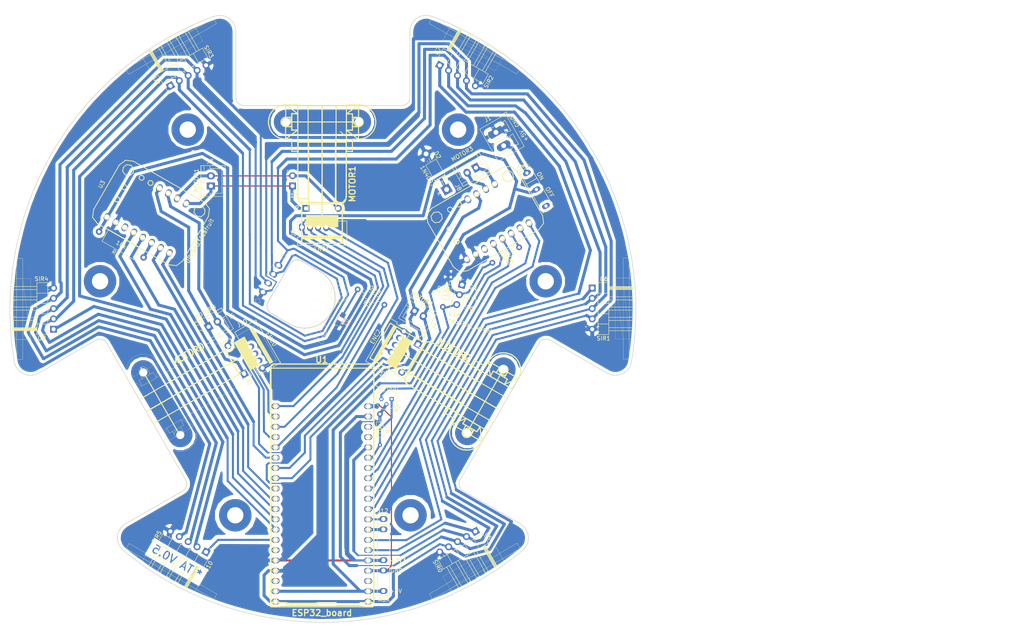
<source format=kicad_pcb>
(kicad_pcb (version 20171130) (host pcbnew 5.0.0)
  (title_block (title "Layout Robotito") (date 2018-07-15) (rev 0.5) (comment 1 "Cuarto Prototipo"))
  (layers (0 F.Cu signal) (31 B.Cu signal) (34 B.Paste user) (35 F.Paste user) (36 B.SilkS user) (37 F.SilkS user) (38 B.Mask user) (39 F.Mask user) (44 Edge.Cuts user))
  (net 0 "")
  (net 1 /SDA)
  (net 2 /SCL)
  (net 3 /XSHUT3)
  (net 4 /XSHUT2)
  (net 5 /XSHUT0)
  (net 6 /XSHUT4)
  (net 7 /XSHUT1)
  (net 8 /XSHUT5)
  (net 9 +3V3)
  (net 10 GND)
  (net 11 +5V)
  (net 12 /M1PWMA)
  (net 13 /M1PWMB)
  (net 14 /M0PWMB)
  (net 15 /M0PWMA)
  (net 16 /M3PWMA)
  (net 17 /M3PWMB)
  (net 18 /M2PWMB)
  (net 19 /M2PWMA)
  (net 20 /M1ENCA)
  (net 21 /M1ENCB)
  (net 22 /M2ENCA)
  (net 23 /M2ENCB)
  (net 24 /M0ENCA)
  (net 25 /M0ENCB)
  (net 26 "Net-(Q1-Pad3)")
  (net 27 /LEDdata)
  (net 28 /M3ENCB)
  (net 29 /M3ENCA)
  (net 30 "Net-(J8-Pad2)")
  (net 31 "Net-(J8-Pad1)")
  (net 32 "Net-(D1-Pad2)")
  (net 33 /LEDCS)
  (net 34 "Net-(R4-Pad2)")
  (net 35 "Net-(R5-Pad2)")
  (net 36 "Net-(J2-Pad2)")
  (net 37 "Net-(J2-Pad1)")
  (net 38 "Net-(J4-Pad1)")
  (net 39 "Net-(J4-Pad2)")
  (net 40 "Net-(J1-Pad2)")
  (net 41 "Net-(J13-Pad1)")
  (net 42 "Net-(J13-Pad2)")
  (module titohuellas:ChasisV5 (layer F.Cu) (at 0 0)
    (fp_text reference U16 hide)
    (fp_text value ChasisV3 hide)
    (fp_poly (pts (xy -37.891311 32.4739) (xy -47.035311 17.0307) (xy -41.91 14.0716) (xy -32.766 29.5148)) (layer B.Cu) (width 0.15))
    (fp_poly (pts (xy 33.127089 29.1211) (xy 42.105988 13.56919) (xy 47.231299 16.52829) (xy 38.2524 32.0802)) (layer B.Cu) (width 0.15))
    (fp_poly (pts (xy -9.1948 -49.149) (xy 8.763 -49.149) (xy 8.763 -43.2308) (xy -9.1948 -43.2308)) (layer B.Cu) (width 0.15))
    (pad "" np_thru_hole circle (at 33.386979 -44.25092) (size 8 8) (drill 4) (layers *.Cu *.Mask))
    (pad "" np_thru_hole circle (at 55.016653 -6.78249) (size 8 8) (drill 4) (layers *.Cu *.Mask))
    (pad "" np_thru_hole circle (at -33.372556 -44.261797) (size 8 8) (drill 4) (layers *.Cu *.Mask))
    (pad "" np_thru_hole circle (at -55.016803 -6.781275) (size 8 8) (drill 4) (layers *.Cu *.Mask))
    (pad "" np_thru_hole circle (at -21.630233 51.03888) (size 8 8) (drill 4) (layers *.Cu *.Mask))
    (pad "" np_thru_hole circle (at 21.638709 51.035288) (size 8 8) (drill 4) (layers *.Cu *.Mask))
    (pad "" np_thru_hole circle (at 35.657569 30.697805 270) (size 6 6) (drill 2) (layers *.Cu *.Mask))
    (pad "" np_thru_hole circle (at 44.58217 15.041528 270) (size 6 6) (drill 2) (layers *.Cu *.Mask))
    (pad "" np_thru_hole circle (at -35.208011 31.212391 180) (size 6 6) (drill 2) (layers *.Cu *.Mask))
    (pad "" np_thru_hole circle (at -44.342855 15.733047 180) (size 6 6) (drill 2) (layers *.Cu *.Mask))
    (pad "" np_thru_hole circle (at -9.107947 -46.161269 180) (size 6 6) (drill 2) (layers *.Cu *.Mask))
    (pad "" np_thru_hole circle (at 8.895953 -46.202592 180) (size 6 6) (drill 2) (layers *.Cu *.Mask))
  )
  (module titohuellas:ColorSensorPHV4 (layer F.Cu) (at -5.193535 -2.996494 240)
    (fp_text reference U17 hide)
    (fp_text value APDS9960 hide)
    (pad 4 thru_hole oval (at -3.81455 8.884408 60) (size 1.4 2) (drill 1) (layers *.Cu *.Mask) (net 2 /SCL))
    (pad 3 thru_hole oval (at -1.27455 8.884408 60) (size 1.4 2) (drill 1) (layers *.Cu *.Mask) (net 1 /SDA))
    (pad 2 thru_hole oval (at 1.26545 8.884408 60) (size 1.4 2) (drill 1) (layers *.Cu *.Mask) (net 9 +3V3))
    (pad 1 thru_hole oval (at 3.80545 8.884408 60) (size 1.4 2) (drill 1) (layers *.Cu *.Mask) (net 10 GND))
  )
  (module Pin_Headers:Pin_Header_Straight_1x03_Pitch2.54mm (layer F.Cu) (at 34.363322 -5.924554 345)
    (fp_text reference U15 (at 0.068485 7.588381 165) (layer F.SilkS))
    (fp_text value neopixel_wheel (at 4.50115 9.214325 165) (layer F.SilkS))
    (pad 1 thru_hole rect (at 0 0 345) (size 1.7 1.7) (drill 1) (layers *.Cu *.Mask) (net 10 GND))
    (pad 2 thru_hole oval (at 0 2.54 345) (size 1.7 1.7) (drill 1) (layers *.Cu *.Mask) (net 11 +5V))
    (pad 3 thru_hole oval (at 0 5.08 345) (size 1.7 1.7) (drill 1) (layers *.Cu *.Mask) (net 26 "Net-(Q1-Pad3)"))
  )
  (module Resistors_ThroughHole:R_Axial_DIN0204_L3.6mm_D1.6mm_P7.62mm_Horizontal (layer F.Cu) (at 31.586712 -7.820924 255)
    (fp_text reference R2 (at 3.642006 1.822123 75) (layer F.SilkS))
    (fp_text value 10k (at 3.7465 0 255) (layer F.SilkS))
    (pad 1 thru_hole circle (at 0 0 255) (size 1.4 1.4) (drill 0.7) (layers *.Cu *.Mask) (net 11 +5V))
    (pad 2 thru_hole oval (at 7.62 0 255) (size 1.4 1.4) (drill 0.7) (layers *.Cu *.Mask) (net 26 "Net-(Q1-Pad3)"))
  )
  (module TO_SOT_Packages_THT:TO-92_Molded_Narrow (layer F.Cu) (at 16.978208 22.335932 180)
    (fp_text reference Q1 (at -1.288648 -2.226452 225) (layer F.SilkS))
    (fp_text value 2N7000 (at 1.2065 2.667) (layer F.SilkS))
    (pad 2 thru_hole circle (at 1.27 -1.27 270) (size 1 1) (drill 0.6) (layers *.Cu *.Mask) (net 9 +3V3))
    (pad 3 thru_hole circle (at 2.54 0 270) (size 1 1) (drill 0.6) (layers *.Cu *.Mask) (net 26 "Net-(Q1-Pad3)"))
    (pad 1 thru_hole rect (at 0 0 270) (size 1 1) (drill 0.6) (layers *.Cu *.Mask) (net 27 /LEDdata))
  )
  (module LEDs:LED_0805 (layer B.Cu) (at 4.37513 2.559327 60)
    (fp_text reference D1 (at 0 1.45 60) (layer B.SilkS) (effects (justify mirror)))
    (fp_text value LED)
    (pad 2 smd rect (at 1.1 0 240) (size 1.2 1.2) (layers B.Cu B.Paste B.Mask) (net 32 "Net-(D1-Pad2)"))
    (pad 1 smd rect (at -1.1 0 240) (size 1.2 1.2) (layers B.Cu B.Paste B.Mask) (net 10 GND))
  )
  (module Pin_Headers:Pin_Header_Angled_1x05_Pitch2.54mm (layer F.Cu) (at 37.649001 55.022084 300)
    (fp_text reference U5 (at 2.583648 -2.18201 300) (layer F.SilkS))
    (fp_text value SIR0 (at 2.763034 12.366285 300) (layer F.SilkS))
    (pad 1 thru_hole rect (at 0 0 300) (size 1.7 1.7) (drill 1) (layers *.Cu *.Mask) (net 5 /XSHUT0))
    (pad 2 thru_hole oval (at 0 2.54 300) (size 1.7 1.7) (drill 1) (layers *.Cu *.Mask) (net 2 /SCL))
    (pad 3 thru_hole oval (at 0 5.08 300) (size 1.7 1.7) (drill 1) (layers *.Cu *.Mask) (net 1 /SDA))
    (pad 4 thru_hole oval (at 0 7.62 300) (size 1.7 1.7) (drill 1) (layers *.Cu *.Mask) (net 10 GND))
    (pad 5 thru_hole oval (at 0 10.16 300) (size 1.7 1.7) (drill 1) (layers *.Cu *.Mask) (net 9 +3V3))
  )
  (module Pin_Headers:Pin_Header_Angled_1x05_Pitch2.54mm (layer F.Cu) (at 66.500003 -5.108916)
    (fp_text reference U6 (at 2.9055 -2.2225) (layer F.SilkS))
    (fp_text value SIR1 (at 2.7785 12.446) (layer F.SilkS))
    (pad 1 thru_hole rect (at 0 0) (size 1.7 1.7) (drill 1) (layers *.Cu *.Mask) (net 7 /XSHUT1))
    (pad 2 thru_hole oval (at 0 2.54) (size 1.7 1.7) (drill 1) (layers *.Cu *.Mask) (net 2 /SCL))
    (pad 3 thru_hole oval (at 0 5.08) (size 1.7 1.7) (drill 1) (layers *.Cu *.Mask) (net 1 /SDA))
    (pad 4 thru_hole oval (at 0 7.62) (size 1.7 1.7) (drill 1) (layers *.Cu *.Mask) (net 10 GND))
    (pad 5 thru_hole oval (at 0 10.16) (size 1.7 1.7) (drill 1) (layers *.Cu *.Mask) (net 9 +3V3))
  )
  (module Pin_Headers:Pin_Header_Angled_1x05_Pitch2.54mm (layer F.Cu) (at 28.851001 -60.159917 60)
    (fp_text reference U7 (at 2.817617 -2.238743 60) (layer F.SilkS))
    (fp_text value SIR2 (at 2.481761 12.546537 60) (layer F.SilkS))
    (pad 1 thru_hole rect (at 0 0 60) (size 1.7 1.7) (drill 1) (layers *.Cu *.Mask) (net 4 /XSHUT2))
    (pad 2 thru_hole oval (at 0 2.54 60) (size 1.7 1.7) (drill 1) (layers *.Cu *.Mask) (net 2 /SCL))
    (pad 3 thru_hole oval (at 0 5.08 60) (size 1.7 1.7) (drill 1) (layers *.Cu *.Mask) (net 1 /SDA))
    (pad 4 thru_hole oval (at 0 7.62 60) (size 1.7 1.7) (drill 1) (layers *.Cu *.Mask) (net 10 GND))
    (pad 5 thru_hole oval (at 0 10.16 60) (size 1.7 1.7) (drill 1) (layers *.Cu *.Mask) (net 9 +3V3))
  )
  (module Pin_Headers:Pin_Header_Angled_1x05_Pitch2.54mm (layer F.Cu) (at -37.649001 -55.079913 120)
    (fp_text reference U8 (at 2.820633 -2.33848 120) (layer F.SilkS))
    (fp_text value SIR3 (at 2.589549 12.41277 120) (layer F.SilkS))
    (pad 1 thru_hole rect (at 0 0 120) (size 1.7 1.7) (drill 1) (layers *.Cu *.Mask) (net 3 /XSHUT3))
    (pad 2 thru_hole oval (at 0 2.54 120) (size 1.7 1.7) (drill 1) (layers *.Cu *.Mask) (net 2 /SCL))
    (pad 3 thru_hole oval (at 0 5.08 120) (size 1.7 1.7) (drill 1) (layers *.Cu *.Mask) (net 1 /SDA))
    (pad 4 thru_hole oval (at 0 7.62 120) (size 1.7 1.7) (drill 1) (layers *.Cu *.Mask) (net 10 GND))
    (pad 5 thru_hole oval (at 0 10.16 120) (size 1.7 1.7) (drill 1) (layers *.Cu *.Mask) (net 9 +3V3))
  )
  (module Pin_Headers:Pin_Header_Angled_1x05_Pitch2.54mm (layer F.Cu) (at -66.499998 5.051085 180)
    (fp_text reference U9 (at 2.9055 -2.27 180) (layer F.SilkS))
    (fp_text value SIR4 (at 2.969 12.43 180) (layer F.SilkS))
    (pad 1 thru_hole rect (at 0 0 180) (size 1.7 1.7) (drill 1) (layers *.Cu *.Mask) (net 6 /XSHUT4))
    (pad 2 thru_hole oval (at 0 2.54 180) (size 1.7 1.7) (drill 1) (layers *.Cu *.Mask) (net 2 /SCL))
    (pad 3 thru_hole oval (at 0 5.08 180) (size 1.7 1.7) (drill 1) (layers *.Cu *.Mask) (net 1 /SDA))
    (pad 4 thru_hole oval (at 0 7.62 180) (size 1.7 1.7) (drill 1) (layers *.Cu *.Mask) (net 10 GND))
    (pad 5 thru_hole oval (at 0 10.16 180) (size 1.7 1.7) (drill 1) (layers *.Cu *.Mask) (net 9 +3V3))
  )
  (module Pin_Headers:Pin_Header_Angled_1x05_Pitch2.54mm (layer F.Cu) (at -28.850998 60.102082 240)
    (fp_text reference U10 (at 2.84086 -2.325486 240) (layer F.SilkS))
    (fp_text value SIR5 (at 2.89846 12.379279 240) (layer F.SilkS))
    (pad 1 thru_hole rect (at 0 0 240) (size 1.7 1.7) (drill 1) (layers *.Cu *.Mask) (net 8 /XSHUT5))
    (pad 2 thru_hole oval (at 0 2.54 240) (size 1.7 1.7) (drill 1) (layers *.Cu *.Mask) (net 2 /SCL))
    (pad 3 thru_hole oval (at 0 5.08 240) (size 1.7 1.7) (drill 1) (layers *.Cu *.Mask) (net 1 /SDA))
    (pad 4 thru_hole oval (at 0 7.62 240) (size 1.7 1.7) (drill 1) (layers *.Cu *.Mask) (net 10 GND))
    (pad 5 thru_hole oval (at 0 10.16 240) (size 1.7 1.7) (drill 1) (layers *.Cu *.Mask) (net 9 +3V3))
  )
  (module Resistors_ThroughHole:R_Axial_DIN0204_L3.6mm_D1.6mm_P7.62mm_Horizontal (layer F.Cu) (at 14.082184 26.031191 270)
    (fp_text reference R1 (at 3.81 -1.86 270) (layer F.SilkS))
    (fp_text value 10k (at 3.81 0 270) (layer F.SilkS))
    (pad 2 thru_hole oval (at 7.62 0 270) (size 1 1) (drill 0.5) (layers *.Cu *.Mask) (net 27 /LEDdata))
    (pad 1 thru_hole circle (at 0 0 270) (size 1.4 1.4) (drill 0.7) (layers *.Cu *.Mask) (net 9 +3V3))
  )
  (module Resistors_ThroughHole:R_Axial_DIN0204_L3.6mm_D1.6mm_P7.62mm_Horizontal (layer F.Cu) (at 41.852777 -11.356088 30)
    (fp_text reference R5 (at 3.84891 1.99085 30) (layer F.SilkS))
    (fp_text value 10k (at 3.8735 0 30) (layer F.SilkS))
    (pad 1 thru_hole circle (at 0 0 30) (size 1.4 1.4) (drill 0.7) (layers *.Cu *.Mask) (net 11 +5V))
    (pad 2 thru_hole oval (at 7.62 0 30) (size 1.4 1.4) (drill 0.7) (layers *.Cu *.Mask) (net 35 "Net-(R5-Pad2)"))
  )
  (module Resistors_ThroughHole:R_Axial_DIN0309_L9.0mm_D3.2mm_P12.70mm_Horizontal (layer F.Cu) (at -55.257126 -19.038916 330)
    (fp_text reference R4 (at 6.1595 2.54 330) (layer F.SilkS))
    (fp_text value 10k (at 6.35 0.0635 330) (layer F.SilkS))
    (pad 2 thru_hole oval (at 12.7 0 330) (size 1.6 1.6) (drill 0.8) (layers *.Cu *.Mask) (net 34 "Net-(R4-Pad2)"))
    (pad 1 thru_hole circle (at 0 0 330) (size 1.6 1.6) (drill 0.8) (layers *.Cu *.Mask) (net 11 +5V))
  )
  (module titohuellas:PinMotor (layer F.Cu) (at -19.431002 16.100081 210)
    (fp_text reference J5 (at 0 -2.33 210) (layer F.SilkS))
    (fp_text value MOTOR0)
    (pad 2 thru_hole oval (at 0 8.001 210) (size 1.7 1.7) (drill 1) (layers *.Cu *.Mask) (net 36 "Net-(J2-Pad2)"))
    (pad 1 thru_hole rect (at 0 0 210) (size 1.7 1.7) (drill 1) (layers *.Cu *.Mask) (net 37 "Net-(J2-Pad1)"))
  )
  (module titohuellas:PinMotor (layer F.Cu) (at -4.190999 -24.793918 90)
    (fp_text reference J6 (at 0 -2.33 90) (layer F.SilkS))
    (fp_text value MOTOR1)
    (pad 1 thru_hole rect (at 0 0 90) (size 1.7 1.7) (drill 1) (layers *.Cu *.Mask) (net 41 "Net-(J13-Pad1)"))
    (pad 2 thru_hole oval (at 0 8.001 90) (size 1.7 1.7) (drill 1) (layers *.Cu *.Mask) (net 42 "Net-(J13-Pad2)"))
  )
  (module titohuellas:PinMotor (layer F.Cu) (at 23.475682 8.763491 330)
    (fp_text reference J7 (at 0 -2.33 330) (layer F.SilkS))
    (fp_text value MOTOR2)
    (pad 1 thru_hole rect (at 0 0 330) (size 1.7 1.7) (drill 1) (layers *.Cu *.Mask) (net 38 "Net-(J4-Pad1)"))
    (pad 2 thru_hole oval (at 0 8.001 330) (size 1.7 1.7) (drill 1) (layers *.Cu *.Mask) (net 39 "Net-(J4-Pad2)"))
  )
  (module Connector_JST:JST_XH_B02B-XH-A_1x02_P2.50mm_Vertical (layer F.Cu) (at 37.787711 -34.858467 210)
    (fp_text reference J8 (at 6.194849 -2.066483 300) (layer F.SilkS))
    (fp_text value MOTOR3 (at 1.25 4.6 210) (layer F.SilkS))
    (pad 1 thru_hole rect (at 0 0 210) (size 1.7 2) (drill 1) (layers *.Cu *.Mask) (net 31 "Net-(J8-Pad1)"))
    (pad 2 thru_hole oval (at 2.5 0 210) (size 1.7 2) (drill 1) (layers *.Cu *.Mask) (net 30 "Net-(J8-Pad2)"))
  )
  (module Connector_JST:JST_XH_B02B-XH-A_1x02_P2.50mm_Vertical (layer F.Cu) (at -28.212379 4.451537 30)
    (fp_text reference J2 (at 6.268226 0.415184 120) (layer F.SilkS))
    (fp_text value MOTOR0 (at 1.065379 -3.527221 30) (layer F.SilkS))
    (pad 2 thru_hole oval (at 2.5 0 30) (size 1.7 2) (drill 1) (layers *.Cu *.Mask) (net 36 "Net-(J2-Pad2)"))
    (pad 1 thru_hole rect (at 0 0 30) (size 1.7 2) (drill 1) (layers *.Cu *.Mask) (net 37 "Net-(J2-Pad1)"))
  )
  (module Connector_JST:JST_XH_B02B-XH-A_1x02_P2.50mm_Vertical (layer F.Cu) (at -27.653576 -30.321063 90)
    (fp_text reference J3 (at 6.051153 -0.205968 180) (layer F.SilkS))
    (fp_text value MOTOR1 (at 1.326753 -3.584168 90) (layer F.SilkS))
    (pad 1 thru_hole rect (at 0 0 90) (size 1.7 2) (drill 1) (layers *.Cu *.Mask) (net 41 "Net-(J13-Pad1)"))
    (pad 2 thru_hole oval (at 2.5 0 90) (size 1.7 2) (drill 1) (layers *.Cu *.Mask) (net 42 "Net-(J13-Pad2)"))
  )
  (module Connector_JST:JST_XH_B02B-XH-A_1x02_P2.50mm_Vertical (layer F.Cu) (at 22.639726 0.563711 330)
    (fp_text reference J4 (at 6.216627 0.717253 60) (layer F.SilkS))
    (fp_text value MOTOR2 (at -0.021189 -3.482961 330) (layer F.SilkS))
    (pad 1 thru_hole rect (at 0 0 330) (size 1.7 2) (drill 1) (layers *.Cu *.Mask) (net 38 "Net-(J4-Pad1)"))
    (pad 2 thru_hole oval (at 2.5 0 330) (size 1.7 2) (drill 1) (layers *.Cu *.Mask) (net 39 "Net-(J4-Pad2)"))
  )
  (module Resistor_THT:R_Axial_DIN0204_L3.6mm_D1.6mm_P7.62mm_Horizontal (layer F.Cu) (at 15.187713 -0.971075 150)
    (fp_text reference R3 (at 3.81 -1.92 150) (layer F.SilkS))
    (fp_text value 22R (at 3.81 1.92 150) (layer F.SilkS))
    (pad 2 thru_hole oval (at 7.62 0 150) (size 1.4 1.4) (drill 0.7) (layers *.Cu *.Mask) (net 32 "Net-(D1-Pad2)"))
    (pad 1 thru_hole circle (at 0 0 150) (size 1.4 1.4) (drill 0.7) (layers *.Cu *.Mask) (net 33 /LEDCS))
  )
  (module Connector_Phoenix_MC:PhoenixContact_MCV_1,5_2-G-3.81_1x02_P3.81mm_Vertical (layer F.Cu) (at 42.731225 -43.579173 300)
    (fp_text reference J1 (at -3.856688 0.099532 30) (layer F.SilkS))
    (fp_text value Conn_USB)
    (pad 1 thru_hole rect (at 0 0 300) (size 1.8 3.6) (drill 1.2) (layers *.Cu *.Mask) (net 10 GND))
    (pad 2 thru_hole oval (at 3.81 0 300) (size 1.8 3.6) (drill 1.2) (layers *.Cu *.Mask) (net 40 "Net-(J1-Pad2)"))
  )
  (module titohuellas:AUX_PINS (layer F.Cu) (at 14.945018 60.86377 270)
    (fp_text reference J12 (at -10.926786 0.132562) (layer F.SilkS))
    (fp_text value AUX (at 11.044214 -0.172238 180) (layer F.SilkS))
    (pad 1 thru_hole oval (at -8.89 0 270) (size 1.4 2) (drill 1) (layers *.Cu *.Mask) (net 29 /M3ENCA))
    (pad 2 thru_hole oval (at -6.35 0 270) (size 1.4 2) (drill 1) (layers *.Cu *.Mask) (net 28 /M3ENCB))
    (pad 3 thru_hole oval (at 1.27 0 270) (size 1.4 2) (drill 1) (layers *.Cu *.Mask) (net 9 +3V3))
    (pad 4 thru_hole oval (at 3.81 0 270) (size 1.4 2) (drill 1) (layers *.Cu *.Mask) (net 10 GND))
    (pad 5 thru_hole oval (at 8.89 0 270) (size 1.4 2) (drill 1) (layers *.Cu *.Mask) (net 11 +5V))
  )
  (module titohuellas:SlideSwitchFP (layer F.Cu) (at 52.725214 -29.463876 300)
    (fp_text reference SW1 (at -6.746852 -0.10995 30) (layer F.SilkS))
    (fp_text value SW_SPDT)
    (pad 1 thru_hole oval (at -4.7 0 300) (size 1.2 2) (drill 0.8) (layers *.Cu *.Mask) (net 40 "Net-(J1-Pad2)"))
    (pad 2 thru_hole oval (at 0 0 300) (size 1.2 2) (drill 0.8) (layers *.Cu *.Mask) (net 11 +5V))
    (pad 3 thru_hole oval (at 4.7 0 300) (size 1.2 2) (drill 0.8) (layers *.Cu *.Mask))
  )
  (module titohuellas:EncoderVertMinV2 (layer F.Cu) (at -0.183586 -18.657708)
    (fp_text reference J9 (at -7.1 0 90) (layer F.SilkS))
    (fp_text value ENC1 (at -0.142358 3.900892) (layer F.SilkS))
    (pad 4 thru_hole oval (at 1 -1.5) (size 1.4 2) (drill 1) (layers *.Cu *.Mask) (net 9 +3V3))
    (pad 3 thru_hole oval (at -1 -1.5) (size 1.4 2) (drill 1) (layers *.Cu *.Mask) (net 20 /M1ENCA))
    (pad 2 thru_hole oval (at -3 -1.5) (size 1.4 2) (drill 1) (layers *.Cu *.Mask) (net 21 /M1ENCB))
    (pad 1 thru_hole oval (at -5 -1.5) (size 1.4 2) (drill 1) (layers *.Cu *.Mask) (net 10 GND))
  )
  (module titohuellas:EncoderVertMinV2 (layer F.Cu) (at -16.109387 9.561696 120)
    (fp_text reference J10 (at 7.113258 -0.3103 210) (layer F.SilkS))
    (fp_text value ENC0 (at 0.131613 3.959063 120) (layer F.SilkS))
    (pad 1 thru_hole oval (at -5 -1.5 120) (size 1.4 2) (drill 1) (layers *.Cu *.Mask) (net 10 GND))
    (pad 2 thru_hole oval (at -3 -1.5 120) (size 1.4 2) (drill 1) (layers *.Cu *.Mask) (net 25 /M0ENCB))
    (pad 3 thru_hole oval (at -1 -1.5 120) (size 1.4 2) (drill 1) (layers *.Cu *.Mask) (net 24 /M0ENCA))
    (pad 4 thru_hole oval (at 1 -1.5 120) (size 1.4 2) (drill 1) (layers *.Cu *.Mask) (net 9 +3V3))
  )
  (module titohuellas:EncoderVertMinV2 (layer F.Cu) (at 16.199415 9.1553 240)
    (fp_text reference J11 (at 6.873087 -2.044033 330) (layer F.SilkS))
    (fp_text value ENC2 (at -0.337141 3.907887 240) (layer F.SilkS))
    (pad 4 thru_hole oval (at 1 -1.5 240) (size 1.4 2) (drill 1) (layers *.Cu *.Mask) (net 9 +3V3))
    (pad 3 thru_hole oval (at -1 -1.5 240) (size 1.4 2) (drill 1) (layers *.Cu *.Mask) (net 22 /M2ENCA))
    (pad 2 thru_hole oval (at -3 -1.5 240) (size 1.4 2) (drill 1) (layers *.Cu *.Mask) (net 23 /M2ENCB))
    (pad 1 thru_hole oval (at -5 -1.5 240) (size 1.4 2) (drill 1) (layers *.Cu *.Mask) (net 10 GND))
  )
  (module titohuellas:ESP32_phV2 (layer F.Cu) (at -0.254 44.167083)
    (fp_text reference U1 (at -0.046544 -31.542699) (layer F.SilkS) (effects (font (size 1.524 1.524) (thickness 0.3048))))
    (fp_text value ESP32_board (at 0 30.988) (layer F.SilkS) (effects (font (size 1.524 1.524) (thickness 0.3048))))
    (pad 20 thru_hole oval (at -11.43 28.194 270) (size 1.4 2) (drill 1) (layers *.Cu *.Mask) (net 10 GND))
    (pad 21 thru_hole oval (at 11.43 28.194 270) (size 1.4 2) (drill 1) (layers *.Cu *.Mask) (net 10 GND))
    (pad 19 thru_hole oval (at -11.43 25.654 270) (size 1.4 2) (drill 1) (layers *.Cu *.Mask) (net 11 +5V))
    (pad 22 thru_hole oval (at 11.43 25.654 270) (size 1.4 2) (drill 1) (layers *.Cu *.Mask) (net 11 +5V))
    (pad 18 thru_hole oval (at -11.43 23.114 270) (size 1.4 2) (drill 1) (layers *.Cu *.Mask))
    (pad 23 thru_hole oval (at 11.43 23.114 270) (size 1.4 2) (drill 1) (layers *.Cu *.Mask))
    (pad 17 thru_hole oval (at -11.43 20.574 270) (size 1.4 2) (drill 1) (layers *.Cu *.Mask) (net 10 GND))
    (pad 24 thru_hole oval (at 11.43 20.574 270) (size 1.4 2) (drill 1) (layers *.Cu *.Mask) (net 10 GND))
    (pad 16 thru_hole oval (at -11.43 18.034 270) (size 1.4 2) (drill 1) (layers *.Cu *.Mask) (net 9 +3V3))
    (pad 25 thru_hole oval (at 11.43 18.034 270) (size 1.4 2) (drill 1) (layers *.Cu *.Mask) (net 9 +3V3))
    (pad 15 thru_hole oval (at -11.429999 15.494 270) (size 1.4 2) (drill 1) (layers *.Cu *.Mask))
    (pad 26 thru_hole oval (at 11.43 15.494001 270) (size 1.4 2) (drill 1) (layers *.Cu *.Mask) (net 5 /XSHUT0))
    (pad 14 thru_hole oval (at -11.43 12.954 270) (size 1.4 2) (drill 1) (layers *.Cu *.Mask) (net 8 /XSHUT5))
    (pad 27 thru_hole oval (at 11.43 12.954 270) (size 1.4 2) (drill 1) (layers *.Cu *.Mask) (net 7 /XSHUT1))
    (pad 13 thru_hole oval (at -11.429999 10.414 270) (size 1.4 2) (drill 1) (layers *.Cu *.Mask) (net 6 /XSHUT4))
    (pad 28 thru_hole oval (at 11.43 10.414001 270) (size 1.4 2) (drill 1) (layers *.Cu *.Mask) (net 28 /M3ENCB))
    (pad 12 thru_hole oval (at -11.43 7.874 270) (size 1.4 2) (drill 1) (layers *.Cu *.Mask) (net 3 /XSHUT3))
    (pad 29 thru_hole oval (at 11.43 7.874 270) (size 1.4 2) (drill 1) (layers *.Cu *.Mask) (net 29 /M3ENCA))
    (pad 11 thru_hole oval (at -11.429999 5.334 270) (size 1.4 2) (drill 1) (layers *.Cu *.Mask) (net 15 /M0PWMA))
    (pad 30 thru_hole oval (at 11.43 5.334001 270) (size 1.4 2) (drill 1) (layers *.Cu *.Mask) (net 4 /XSHUT2))
    (pad 10 thru_hole oval (at -11.43 2.794 270) (size 1.4 2) (drill 1) (layers *.Cu *.Mask) (net 14 /M0PWMB))
    (pad 31 thru_hole oval (at 11.43 2.794 270) (size 1.4 2) (drill 1) (layers *.Cu *.Mask) (net 16 /M3PWMA))
    (pad 9 thru_hole oval (at -11.43 0.253999 270) (size 1.4 2) (drill 1) (layers *.Cu *.Mask) (net 13 /M1PWMB))
    (pad 32 thru_hole oval (at 11.429999 0.254 270) (size 1.4 2) (drill 1) (layers *.Cu *.Mask) (net 17 /M3PWMB))
    (pad 8 thru_hole oval (at -11.43 -2.286 270) (size 1.4 2) (drill 1) (layers *.Cu *.Mask) (net 23 /M2ENCB))
    (pad 33 thru_hole oval (at 11.43 -2.286 270) (size 1.4 2) (drill 1) (layers *.Cu *.Mask) (net 18 /M2PWMB))
    (pad 7 thru_hole oval (at -11.43 -4.826001 270) (size 1.4 2) (drill 1) (layers *.Cu *.Mask) (net 22 /M2ENCA))
    (pad 34 thru_hole oval (at 11.429999 -4.826 270) (size 1.4 2) (drill 1) (layers *.Cu *.Mask) (net 19 /M2PWMA))
    (pad 6 thru_hole oval (at -11.43 -7.366 270) (size 1.4 2) (drill 1) (layers *.Cu *.Mask) (net 12 /M1PWMA))
    (pad 35 thru_hole oval (at 11.43 -7.366 270) (size 1.4 2) (drill 1) (layers *.Cu *.Mask) (net 27 /LEDdata))
    (pad 5 thru_hole oval (at -11.43 -9.906 270) (size 1.4 2) (drill 1) (layers *.Cu *.Mask) (net 33 /LEDCS))
    (pad 36 thru_hole oval (at 11.43 -9.906 270) (size 1.4 2) (drill 1) (layers *.Cu *.Mask) (net 2 /SCL))
    (pad 4 thru_hole oval (at -11.43 -12.446 270) (size 1.4 2) (drill 1) (layers *.Cu *.Mask) (net 24 /M0ENCA))
    (pad 37 thru_hole oval (at 11.43 -12.446 270) (size 1.4 2) (drill 1) (layers *.Cu *.Mask))
    (pad 3 thru_hole oval (at -11.43 -14.986 270) (size 1.4 2) (drill 1) (layers *.Cu *.Mask) (net 20 /M1ENCA))
    (pad 38 thru_hole oval (at 11.43 -14.986 270) (size 1.4 2) (drill 1) (layers *.Cu *.Mask))
    (pad 2 thru_hole oval (at -11.43 -17.526 270) (size 1.4 2) (drill 1) (layers *.Cu *.Mask) (net 25 /M0ENCB))
    (pad 39 thru_hole oval (at 11.43 -17.526 270) (size 1.4 2) (drill 1) (layers *.Cu *.Mask) (net 1 /SDA))
    (pad 1 thru_hole oval (at -11.43 -20.066 270) (size 1.4 2) (drill 1) (layers *.Cu *.Mask) (net 21 /M1ENCB))
    (pad 40 thru_hole oval (at 11.43 -20.066 270) (size 1.4 2) (drill 1) (layers *.Cu *.Mask) (net 10 GND))
  )
  (module titohuellas:DRV8833_phMinV2 (layer F.Cu) (at 40.06905 -22.171075 120)
    (fp_text reference U2)
    (fp_text value DRV8833Adafruit)
    (pad 12 thru_hole oval (at 6.35 -1.27 210) (size 1.4 2) (drill 1) (layers *.Cu *.Mask) (net 38 "Net-(J4-Pad1)"))
    (pad 11 thru_hole oval (at 6.35 1.27 210) (size 1.4 2) (drill 1) (layers *.Cu *.Mask) (net 39 "Net-(J4-Pad2)"))
    (pad 10 thru_hole oval (at 6.35 3.81 210) (size 1.4 2) (drill 1) (layers *.Cu *.Mask) (net 30 "Net-(J8-Pad2)"))
    (pad 9 thru_hole oval (at 6.35 6.35 210) (size 1.4 2) (drill 1) (layers *.Cu *.Mask) (net 31 "Net-(J8-Pad1)"))
    (pad 8 thru_hole oval (at -6.31952 8.86968 30) (size 1.4 2) (drill 1) (layers *.Cu *.Mask) (net 16 /M3PWMA))
    (pad 7 thru_hole oval (at -6.31952 6.32968 30) (size 1.4 2) (drill 1) (layers *.Cu *.Mask) (net 17 /M3PWMB))
    (pad 6 thru_hole oval (at -6.31952 3.78968 30) (size 1.4 2) (drill 1) (layers *.Cu *.Mask) (net 35 "Net-(R5-Pad2)"))
    (pad 5 thru_hole oval (at -6.31952 1.24968 30) (size 1.4 2) (drill 1) (layers *.Cu *.Mask) (net 18 /M2PWMB))
    (pad 4 thru_hole oval (at -6.31952 -1.29032 30) (size 1.4 2) (drill 1) (layers *.Cu *.Mask) (net 19 /M2PWMA))
    (pad 3 thru_hole oval (at -6.31952 -3.83032 30) (size 1.4 2) (drill 1) (layers *.Cu *.Mask))
    (pad 2 thru_hole oval (at -6.31952 -6.37032 30) (size 1.4 2) (drill 1) (layers *.Cu *.Mask) (net 10 GND))
    (pad 1 thru_hole oval (at -6.31952 -8.91032 30) (size 1.4 2) (drill 1) (layers *.Cu *.Mask) (net 11 +5V))
  )
  (module titohuellas:DRV8833_phMinV2 (layer F.Cu) (at -42.432245 -23.671078 60)
    (fp_text reference U3 (at 0 -14.097 60) (layer F.SilkS))
    (fp_text value DRV8833Adafruit (at 0 13.843 60) (layer F.SilkS))
    (pad 1 thru_hole oval (at -6.31952 -8.91032 330) (size 1.4 2) (drill 1) (layers *.Cu *.Mask) (net 11 +5V))
    (pad 2 thru_hole oval (at -6.31952 -6.37032 330) (size 1.4 2) (drill 1) (layers *.Cu *.Mask) (net 10 GND))
    (pad 3 thru_hole oval (at -6.31952 -3.83032 330) (size 1.4 2) (drill 1) (layers *.Cu *.Mask))
    (pad 4 thru_hole oval (at -6.31952 -1.29032 330) (size 1.4 2) (drill 1) (layers *.Cu *.Mask) (net 15 /M0PWMA))
    (pad 5 thru_hole oval (at -6.31952 1.24968 330) (size 1.4 2) (drill 1) (layers *.Cu *.Mask) (net 14 /M0PWMB))
    (pad 6 thru_hole oval (at -6.31952 3.78968 330) (size 1.4 2) (drill 1) (layers *.Cu *.Mask) (net 34 "Net-(R4-Pad2)"))
    (pad 7 thru_hole oval (at -6.31952 6.32968 330) (size 1.4 2) (drill 1) (layers *.Cu *.Mask) (net 13 /M1PWMB))
    (pad 8 thru_hole oval (at -6.31952 8.86968 330) (size 1.4 2) (drill 1) (layers *.Cu *.Mask) (net 12 /M1PWMA))
    (pad 9 thru_hole oval (at 6.35 6.35 150) (size 1.4 2) (drill 1) (layers *.Cu *.Mask) (net 41 "Net-(J13-Pad1)"))
    (pad 10 thru_hole oval (at 6.35 3.81 150) (size 1.4 2) (drill 1) (layers *.Cu *.Mask) (net 42 "Net-(J13-Pad2)"))
    (pad 11 thru_hole oval (at 6.35 1.27 150) (size 1.4 2) (drill 1) (layers *.Cu *.Mask) (net 36 "Net-(J2-Pad2)"))
    (pad 12 thru_hole oval (at 6.35 -1.27 150) (size 1.4 2) (drill 1) (layers *.Cu *.Mask) (net 37 "Net-(J2-Pad1)"))
  )
  (module Connector_PinHeader_2.54mm:PinHeader_1x02_P2.54mm_Vertical (layer F.Cu) (at -7.488744 -30.327016 180)
    (fp_text reference J13 (at 0 -2.33 180) (layer F.SilkS))
    (fp_text value PUENTE)
    (pad 1 thru_hole rect (at 0 0 180) (size 1.7 1.7) (drill 1) (layers *.Cu *.Mask) (net 41 "Net-(J13-Pad1)"))
    (pad 2 thru_hole oval (at 0 2.54 180) (size 1.7 1.7) (drill 1) (layers *.Cu *.Mask) (net 42 "Net-(J13-Pad2)"))
  )
  (module Diode_THT:D_DO-41_SOD81_P10.16mm_Horizontal (layer F.Cu) (at 30.560456 -29.463416 120)
    (fp_text reference D2 (at 8.51201 2.274766 120) (layer F.SilkS))
    (fp_text value 1N4007 (at 5.199819 -2.45315 120) (layer F.SilkS))
    (fp_text user K (at 0 -2.1 120) (layer F.SilkS))
    (pad 1 thru_hole rect (at 0 0 120) (size 2.2 2.2) (drill 1.2) (layers *.Cu *.Mask) (net 11 +5V))
    (pad 2 thru_hole oval (at 10.16 0 120) (size 2.2 2.2) (drill 1.2) (layers *.Cu *.Mask) (net 10 GND))
  )
  (gr_line (start 53.4035 8.490167) (end 45.550666 22.079166) (layer Edge.Cuts) (width 0.15))
  (gr_line (start 45.550666 22.079166) (end 33.887833 42.272166) (layer Edge.Cuts) (width 0.15))
  (gr_line (start 33.887833 42.272166) (end 33.803167 42.441499) (layer Edge.Cuts) (width 0.15))
  (gr_line (start 33.803167 42.441499) (end 33.760833 42.610832) (layer Edge.Cuts) (width 0.15))
  (gr_line (start 33.760833 42.610832) (end 33.676167 42.822499) (layer Edge.Cuts) (width 0.15))
  (gr_line (start 33.676167 42.822499) (end 33.633833 42.991832) (layer Edge.Cuts) (width 0.15))
  (gr_line (start 33.633833 42.991832) (end 33.633833 43.415166) (layer Edge.Cuts) (width 0.15))
  (gr_line (start 33.633833 43.415166) (end 33.676167 43.584499) (layer Edge.Cuts) (width 0.15))
  (gr_line (start 33.676167 43.584499) (end 33.7185 43.796166) (layer Edge.Cuts) (width 0.15))
  (gr_line (start 33.7185 43.796166) (end 33.760833 44.007832) (layer Edge.Cuts) (width 0.15))
  (gr_line (start 33.760833 44.007832) (end 33.8455 44.177166) (layer Edge.Cuts) (width 0.15))
  (gr_line (start 33.8455 44.177166) (end 33.930167 44.346499) (layer Edge.Cuts) (width 0.15))
  (gr_line (start 33.930167 44.346499) (end 34.057167 44.515832) (layer Edge.Cuts) (width 0.15))
  (gr_line (start 34.057167 44.515832) (end 34.3535 44.812166) (layer Edge.Cuts) (width 0.15))
  (gr_line (start 34.3535 44.812166) (end 34.649833 45.023832) (layer Edge.Cuts) (width 0.15))
  (gr_line (start 34.649833 45.023832) (end 48.746833 53.151832) (layer Edge.Cuts) (width 0.15))
  (gr_line (start 48.746833 53.151832) (end 49.127833 53.448165) (layer Edge.Cuts) (width 0.15))
  (gr_line (start 49.127833 53.448165) (end 49.508833 53.744499) (layer Edge.Cuts) (width 0.15))
  (gr_line (start 49.508833 53.744499) (end 49.8475 54.083165) (layer Edge.Cuts) (width 0.15))
  (gr_line (start 49.8475 54.083165) (end 50.143833 54.506499) (layer Edge.Cuts) (width 0.15))
  (gr_line (start 50.143833 54.506499) (end 50.3555 54.929832) (layer Edge.Cuts) (width 0.15))
  (gr_line (start 50.3555 54.929832) (end 50.524833 55.353165) (layer Edge.Cuts) (width 0.15))
  (gr_line (start 50.524833 55.353165) (end 50.651833 55.818832) (layer Edge.Cuts) (width 0.15))
  (gr_line (start 50.651833 55.818832) (end 50.7365 56.284499) (layer Edge.Cuts) (width 0.15))
  (gr_line (start 50.7365 56.284499) (end 50.7365 56.750165) (layer Edge.Cuts) (width 0.15))
  (gr_line (start 50.7365 56.750165) (end 50.694166 57.258165) (layer Edge.Cuts) (width 0.15))
  (gr_line (start 50.694166 57.258165) (end 50.651833 57.469832) (layer Edge.Cuts) (width 0.15))
  (gr_line (start 50.651833 57.469832) (end 50.6095 57.723832) (layer Edge.Cuts) (width 0.15))
  (gr_line (start 50.6095 57.723832) (end 50.440166 58.189499) (layer Edge.Cuts) (width 0.15))
  (gr_line (start 50.440166 58.189499) (end 50.2285 58.612832) (layer Edge.Cuts) (width 0.15))
  (gr_line (start 50.2285 58.612832) (end 49.932166 59.036165) (layer Edge.Cuts) (width 0.15))
  (gr_line (start 49.932166 59.036165) (end 49.635833 59.374832) (layer Edge.Cuts) (width 0.15))
  (gr_line (start 49.635833 59.374832) (end 49.297166 59.713499) (layer Edge.Cuts) (width 0.15))
  (gr_line (start 49.297166 59.713499) (end 47.5615 61.110499) (layer Edge.Cuts) (width 0.15))
  (gr_line (start 47.5615 61.110499) (end 45.7835 62.465165) (layer Edge.Cuts) (width 0.15))
  (gr_line (start 45.7835 62.465165) (end 43.963166 63.777498) (layer Edge.Cuts) (width 0.15))
  (gr_line (start 43.963166 63.777498) (end 42.058166 65.047498) (layer Edge.Cuts) (width 0.15))
  (gr_line (start 42.058166 65.047498) (end 40.153167 66.232832) (layer Edge.Cuts) (width 0.15))
  (gr_line (start 40.153167 66.232832) (end 38.1635 67.418165) (layer Edge.Cuts) (width 0.15))
  (gr_line (start 38.1635 67.418165) (end 37.1475 67.968498) (layer Edge.Cuts) (width 0.15))
  (gr_line (start 37.1475 67.968498) (end 36.1315 68.518832) (layer Edge.Cuts) (width 0.15))
  (gr_line (start 36.1315 68.518832) (end 35.1155 69.026832) (layer Edge.Cuts) (width 0.15))
  (gr_line (start 35.1155 69.026832) (end 34.0995 69.534832) (layer Edge.Cuts) (width 0.15))
  (gr_line (start 34.0995 69.534832) (end 33.041167 70.042832) (layer Edge.Cuts) (width 0.15))
  (gr_line (start 33.041167 70.042832) (end 31.982833 70.550832) (layer Edge.Cuts) (width 0.15))
  (gr_line (start 31.982833 70.550832) (end 30.9245 71.016498) (layer Edge.Cuts) (width 0.15))
  (gr_line (start 30.9245 71.016498) (end 29.866167 71.482165) (layer Edge.Cuts) (width 0.15))
  (gr_line (start 29.866167 71.482165) (end 28.807833 71.905498) (layer Edge.Cuts) (width 0.15))
  (gr_line (start 28.807833 71.905498) (end 27.707167 72.328832) (layer Edge.Cuts) (width 0.15))
  (gr_line (start 27.707167 72.328832) (end 26.6065 72.752165) (layer Edge.Cuts) (width 0.15))
  (gr_line (start 26.6065 72.752165) (end 25.505834 73.133165) (layer Edge.Cuts) (width 0.15))
  (gr_line (start 25.505834 73.133165) (end 24.405167 73.514165) (layer Edge.Cuts) (width 0.15))
  (gr_line (start 24.405167 73.514165) (end 23.3045 73.895165) (layer Edge.Cuts) (width 0.15))
  (gr_line (start 23.3045 73.895165) (end 22.1615 74.233832) (layer Edge.Cuts) (width 0.15))
  (gr_line (start 22.1615 74.233832) (end 21.060834 74.572498) (layer Edge.Cuts) (width 0.15))
  (gr_line (start 21.060834 74.572498) (end 19.917834 74.868832) (layer Edge.Cuts) (width 0.15))
  (gr_line (start 19.917834 74.868832) (end 18.774834 75.165165) (layer Edge.Cuts) (width 0.15))
  (gr_line (start 18.774834 75.165165) (end 17.631834 75.461498) (layer Edge.Cuts) (width 0.15))
  (gr_line (start 17.631834 75.461498) (end 16.488834 75.715498) (layer Edge.Cuts) (width 0.15))
  (gr_line (start 16.488834 75.715498) (end 15.345834 75.927165) (layer Edge.Cuts) (width 0.15))
  (gr_line (start 15.345834 75.927165) (end 14.202834 76.181165) (layer Edge.Cuts) (width 0.15))
  (gr_line (start 14.202834 76.181165) (end 13.017501 76.392831) (layer Edge.Cuts) (width 0.15))
  (gr_line (start 13.017501 76.392831) (end 11.874501 76.562165) (layer Edge.Cuts) (width 0.15))
  (gr_line (start 11.874501 76.562165) (end 10.731501 76.731498) (layer Edge.Cuts) (width 0.15))
  (gr_line (start 10.731501 76.731498) (end 9.546167 76.900831) (layer Edge.Cuts) (width 0.15))
  (gr_line (start 9.546167 76.900831) (end 8.403167 77.027831) (layer Edge.Cuts) (width 0.15))
  (gr_line (start 8.403167 77.027831) (end 7.217834 77.154831) (layer Edge.Cuts) (width 0.15))
  (gr_line (start 7.217834 77.154831) (end 6.074834 77.239498) (layer Edge.Cuts) (width 0.15))
  (gr_line (start 6.074834 77.239498) (end 4.889501 77.324165) (layer Edge.Cuts) (width 0.15))
  (gr_line (start 4.889501 77.324165) (end 3.746501 77.408831) (layer Edge.Cuts) (width 0.15))
  (gr_line (start 3.746501 77.408831) (end 2.561167 77.451165) (layer Edge.Cuts) (width 0.15))
  (gr_line (start 2.561167 77.451165) (end 1.418168 77.451165) (layer Edge.Cuts) (width 0.15))
  (gr_line (start 1.418168 77.451165) (end 0.232834 77.493498) (layer Edge.Cuts) (width 0.15))
  (gr_line (start 0.232834 77.493498) (end -0.910166 77.493498) (layer Edge.Cuts) (width 0.15))
  (gr_line (start -0.910166 77.493498) (end -2.053166 77.451165) (layer Edge.Cuts) (width 0.15))
  (gr_line (start -2.053166 77.451165) (end -3.238499 77.408831) (layer Edge.Cuts) (width 0.15))
  (gr_line (start -3.238499 77.408831) (end -4.381499 77.366498) (layer Edge.Cuts) (width 0.15))
  (gr_line (start -4.381499 77.366498) (end -5.524499 77.281831) (layer Edge.Cuts) (width 0.15))
  (gr_line (start -5.524499 77.281831) (end -6.667499 77.197165) (layer Edge.Cuts) (width 0.15))
  (gr_line (start -6.667499 77.197165) (end -7.810499 77.070165) (layer Edge.Cuts) (width 0.15))
  (gr_line (start -7.810499 77.070165) (end -8.953499 76.943165) (layer Edge.Cuts) (width 0.15))
  (gr_line (start -8.953499 76.943165) (end -10.054166 76.816165) (layer Edge.Cuts) (width 0.15))
  (gr_line (start -10.054166 76.816165) (end -11.197166 76.646831) (layer Edge.Cuts) (width 0.15))
  (gr_line (start -11.197166 76.646831) (end -12.340165 76.477498) (layer Edge.Cuts) (width 0.15))
  (gr_line (start -12.340165 76.477498) (end -13.440832 76.308165) (layer Edge.Cuts) (width 0.15))
  (gr_line (start -13.440832 76.308165) (end -14.541499 76.096498) (layer Edge.Cuts) (width 0.15))
  (gr_line (start -14.541499 76.096498) (end -15.642165 75.884831) (layer Edge.Cuts) (width 0.15))
  (gr_line (start -15.642165 75.884831) (end -16.742832 75.630832) (layer Edge.Cuts) (width 0.15))
  (gr_line (start -16.742832 75.630832) (end -17.843499 75.376832) (layer Edge.Cuts) (width 0.15))
  (gr_line (start -17.843499 75.376832) (end -18.901832 75.122832) (layer Edge.Cuts) (width 0.15))
  (gr_line (start -18.901832 75.122832) (end -20.002499 74.826498) (layer Edge.Cuts) (width 0.15))
  (gr_line (start -20.002499 74.826498) (end -21.992165 74.276165) (layer Edge.Cuts) (width 0.15))
  (gr_line (start -21.992165 74.276165) (end -23.939499 73.683498) (layer Edge.Cuts) (width 0.15))
  (gr_line (start -23.939499 73.683498) (end -25.929165 73.006165) (layer Edge.Cuts) (width 0.15))
  (gr_line (start -25.929165 73.006165) (end -27.876498 72.286498) (layer Edge.Cuts) (width 0.15))
  (gr_line (start -27.876498 72.286498) (end -29.781498 71.482165) (layer Edge.Cuts) (width 0.15))
  (gr_line (start -29.781498 71.482165) (end -31.686498 70.677832) (layer Edge.Cuts) (width 0.15))
  (gr_line (start -31.686498 70.677832) (end -33.591498 69.788832) (layer Edge.Cuts) (width 0.15))
  (gr_line (start -33.591498 69.788832) (end -35.454165 68.857498) (layer Edge.Cuts) (width 0.15))
  (gr_line (start -35.454165 68.857498) (end -37.274498 67.883832) (layer Edge.Cuts) (width 0.15))
  (gr_line (start -37.274498 67.883832) (end -39.094831 66.867832) (layer Edge.Cuts) (width 0.15))
  (gr_line (start -39.094831 66.867832) (end -40.872831 65.767165) (layer Edge.Cuts) (width 0.15))
  (gr_line (start -40.872831 65.767165) (end -42.650831 64.666498) (layer Edge.Cuts) (width 0.15))
  (gr_line (start -42.650831 64.666498) (end -44.344165 63.481165) (layer Edge.Cuts) (width 0.15))
  (gr_line (start -44.344165 63.481165) (end -46.037498 62.253499) (layer Edge.Cuts) (width 0.15))
  (gr_line (start -46.037498 62.253499) (end -47.688498 61.025832) (layer Edge.Cuts) (width 0.15))
  (gr_line (start -47.688498 61.025832) (end -49.297165 59.713499) (layer Edge.Cuts) (width 0.15))
  (gr_line (start -49.297165 59.713499) (end -49.635831 59.417165) (layer Edge.Cuts) (width 0.15))
  (gr_line (start -49.635831 59.417165) (end -49.932165 59.036165) (layer Edge.Cuts) (width 0.15))
  (gr_line (start -49.932165 59.036165) (end -50.186165 58.612832) (layer Edge.Cuts) (width 0.15))
  (gr_line (start -50.186165 58.612832) (end -50.397831 58.189499) (layer Edge.Cuts) (width 0.15))
  (gr_line (start -50.397831 58.189499) (end -50.567165 57.723832) (layer Edge.Cuts) (width 0.15))
  (gr_line (start -50.567165 57.723832) (end -50.651831 57.469832) (layer Edge.Cuts) (width 0.15))
  (gr_line (start -50.651831 57.469832) (end -50.694165 57.258165) (layer Edge.Cuts) (width 0.15))
  (gr_line (start -50.694165 57.258165) (end -50.736498 56.750165) (layer Edge.Cuts) (width 0.15))
  (gr_line (start -50.736498 56.750165) (end -50.694165 56.284499) (layer Edge.Cuts) (width 0.15))
  (gr_line (start -50.694165 56.284499) (end -50.651831 55.818832) (layer Edge.Cuts) (width 0.15))
  (gr_line (start -50.651831 55.818832) (end -50.524831 55.353165) (layer Edge.Cuts) (width 0.15))
  (gr_line (start -50.524831 55.353165) (end -50.355498 54.929832) (layer Edge.Cuts) (width 0.15))
  (gr_line (start -50.355498 54.929832) (end -50.101498 54.506499) (layer Edge.Cuts) (width 0.15))
  (gr_line (start -50.101498 54.506499) (end -49.805165 54.083165) (layer Edge.Cuts) (width 0.15))
  (gr_line (start -49.805165 54.083165) (end -49.466498 53.744499) (layer Edge.Cuts) (width 0.15))
  (gr_line (start -49.466498 53.744499) (end -49.127831 53.448165) (layer Edge.Cuts) (width 0.15))
  (gr_line (start -49.127831 53.448165) (end -48.746831 53.151832) (layer Edge.Cuts) (width 0.15))
  (gr_line (start -48.746831 53.151832) (end -34.607498 45.023832) (layer Edge.Cuts) (width 0.15))
  (gr_line (start -34.607498 45.023832) (end -34.311165 44.812166) (layer Edge.Cuts) (width 0.15))
  (gr_line (start -34.311165 44.812166) (end -34.057165 44.515832) (layer Edge.Cuts) (width 0.15))
  (gr_line (start -34.057165 44.515832) (end -33.930165 44.388832) (layer Edge.Cuts) (width 0.15))
  (gr_line (start -33.930165 44.388832) (end -33.845498 44.177166) (layer Edge.Cuts) (width 0.15))
  (gr_line (start -33.845498 44.177166) (end -33.760832 44.007832) (layer Edge.Cuts) (width 0.15))
  (gr_line (start -33.760832 44.007832) (end -33.676165 43.796166) (layer Edge.Cuts) (width 0.15))
  (gr_line (start -33.676165 43.796166) (end -33.633832 43.584499) (layer Edge.Cuts) (width 0.15))
  (gr_line (start -33.633832 43.584499) (end -33.633832 42.991832) (layer Edge.Cuts) (width 0.15))
  (gr_line (start -33.633832 42.991832) (end -33.676165 42.822499) (layer Edge.Cuts) (width 0.15))
  (gr_line (start -33.676165 42.822499) (end -33.718498 42.610832) (layer Edge.Cuts) (width 0.15))
  (gr_line (start -33.718498 42.610832) (end -33.803165 42.441499) (layer Edge.Cuts) (width 0.15))
  (gr_line (start -33.803165 42.441499) (end -33.887832 42.272166) (layer Edge.Cuts) (width 0.15))
  (gr_line (start -33.887832 42.272166) (end -40.301331 31.180833) (layer Edge.Cuts) (width 0.15))
  (gr_line (start -40.301331 31.180833) (end -53.361164 8.490167) (layer Edge.Cuts) (width 0.15))
  (gr_line (start -53.361164 8.490167) (end -53.572831 8.193833) (layer Edge.Cuts) (width 0.15))
  (gr_line (start -53.572831 8.193833) (end -53.869164 7.939833) (layer Edge.Cuts) (width 0.15))
  (gr_line (start -53.869164 7.939833) (end -54.038498 7.812833) (layer Edge.Cuts) (width 0.15))
  (gr_line (start -54.038498 7.812833) (end -54.207831 7.728167) (layer Edge.Cuts) (width 0.15))
  (gr_line (start -54.207831 7.728167) (end -54.377164 7.6435) (layer Edge.Cuts) (width 0.15))
  (gr_line (start -54.377164 7.6435) (end -54.588831 7.558833) (layer Edge.Cuts) (width 0.15))
  (gr_line (start -54.588831 7.558833) (end -54.800498 7.5165) (layer Edge.Cuts) (width 0.15))
  (gr_line (start -54.800498 7.5165) (end -55.393164 7.5165) (layer Edge.Cuts) (width 0.15))
  (gr_line (start -55.393164 7.5165) (end -55.604831 7.558833) (layer Edge.Cuts) (width 0.15))
  (gr_line (start -55.604831 7.558833) (end -55.774164 7.6435) (layer Edge.Cuts) (width 0.15))
  (gr_line (start -55.774164 7.6435) (end -55.943498 7.685833) (layer Edge.Cuts) (width 0.15))
  (gr_line (start -55.943498 7.685833) (end -56.112831 7.7705) (layer Edge.Cuts) (width 0.15))
  (gr_line (start -56.112831 7.7705) (end -70.209832 15.940833) (layer Edge.Cuts) (width 0.15))
  (gr_line (start -70.209832 15.940833) (end -70.633166 16.1525) (layer Edge.Cuts) (width 0.15))
  (gr_line (start -70.633166 16.1525) (end -71.098832 16.321833) (layer Edge.Cuts) (width 0.15))
  (gr_line (start -71.098832 16.321833) (end -71.564499 16.4065) (layer Edge.Cuts) (width 0.15))
  (gr_line (start -71.564499 16.4065) (end -71.818499 16.448833) (layer Edge.Cuts) (width 0.15))
  (gr_line (start -71.818499 16.448833) (end -72.538166 16.448833) (layer Edge.Cuts) (width 0.15))
  (gr_line (start -72.538166 16.448833) (end -73.046166 16.364166) (layer Edge.Cuts) (width 0.15))
  (gr_line (start -73.046166 16.364166) (end -73.511832 16.2795) (layer Edge.Cuts) (width 0.15))
  (gr_line (start -73.511832 16.2795) (end -73.935166 16.067833) (layer Edge.Cuts) (width 0.15))
  (gr_line (start -73.935166 16.067833) (end -74.358499 15.856166) (layer Edge.Cuts) (width 0.15))
  (gr_line (start -74.358499 15.856166) (end -74.739499 15.602166) (layer Edge.Cuts) (width 0.15))
  (gr_line (start -74.739499 15.602166) (end -75.078166 15.2635) (layer Edge.Cuts) (width 0.15))
  (gr_line (start -75.078166 15.2635) (end -75.416832 14.8825) (layer Edge.Cuts) (width 0.15))
  (gr_line (start -75.416832 14.8825) (end -75.670832 14.459166) (layer Edge.Cuts) (width 0.15))
  (gr_line (start -75.670832 14.459166) (end -75.882499 14.035833) (layer Edge.Cuts) (width 0.15))
  (gr_line (start -75.882499 14.035833) (end -76.051832 13.6125) (layer Edge.Cuts) (width 0.15))
  (gr_line (start -76.051832 13.6125) (end -76.178832 13.146833) (layer Edge.Cuts) (width 0.15))
  (gr_line (start -76.178832 13.146833) (end -76.475166 11.114833) (layer Edge.Cuts) (width 0.15))
  (gr_line (start -76.475166 11.114833) (end -76.771499 9.0405) (layer Edge.Cuts) (width 0.15))
  (gr_line (start -76.771499 9.0405) (end -76.983166 6.966167) (layer Edge.Cuts) (width 0.15))
  (gr_line (start -76.983166 6.966167) (end -77.110166 4.891833) (layer Edge.Cuts) (width 0.15))
  (gr_line (start -77.110166 4.891833) (end -77.194832 2.8175) (layer Edge.Cuts) (width 0.15))
  (gr_line (start -77.194832 2.8175) (end -77.279499 0.743167) (layer Edge.Cuts) (width 0.15))
  (gr_line (start -77.279499 0.743167) (end -77.237166 -1.331167) (layer Edge.Cuts) (width 0.15))
  (gr_line (start -77.237166 -1.331167) (end -77.194832 -3.4055) (layer Edge.Cuts) (width 0.15))
  (gr_line (start -77.194832 -3.4055) (end -77.067832 -5.479833) (layer Edge.Cuts) (width 0.15))
  (gr_line (start -77.067832 -5.479833) (end -76.856166 -7.554166) (layer Edge.Cuts) (width 0.15))
  (gr_line (start -76.856166 -7.554166) (end -76.644499 -9.6285) (layer Edge.Cuts) (width 0.15))
  (gr_line (start -76.644499 -9.6285) (end -76.348166 -11.702833) (layer Edge.Cuts) (width 0.15))
  (gr_line (start -76.348166 -11.702833) (end -76.009499 -13.734833) (layer Edge.Cuts) (width 0.15))
  (gr_line (start -76.009499 -13.734833) (end -75.586166 -15.766833) (layer Edge.Cuts) (width 0.15))
  (gr_line (start -75.586166 -15.766833) (end -75.120499 -17.798833) (layer Edge.Cuts) (width 0.15))
  (gr_line (start -75.120499 -17.798833) (end -74.612499 -19.788499) (layer Edge.Cuts) (width 0.15))
  (gr_line (start -74.612499 -19.788499) (end -74.316166 -20.889166) (layer Edge.Cuts) (width 0.15))
  (gr_line (start -74.316166 -20.889166) (end -74.019832 -21.947499) (layer Edge.Cuts) (width 0.15))
  (gr_line (start -74.019832 -21.947499) (end -73.681166 -23.005833) (layer Edge.Cuts) (width 0.15))
  (gr_line (start -73.681166 -23.005833) (end -73.342499 -24.064166) (layer Edge.Cuts) (width 0.15))
  (gr_line (start -73.342499 -24.064166) (end -73.003832 -25.122499) (layer Edge.Cuts) (width 0.15))
  (gr_line (start -73.003832 -25.122499) (end -72.622832 -26.223166) (layer Edge.Cuts) (width 0.15))
  (gr_line (start -72.622832 -26.223166) (end -72.199499 -27.281499) (layer Edge.Cuts) (width 0.15))
  (gr_line (start -72.199499 -27.281499) (end -71.818499 -28.339833) (layer Edge.Cuts) (width 0.15))
  (gr_line (start -71.818499 -28.339833) (end -71.395166 -29.355833) (layer Edge.Cuts) (width 0.15))
  (gr_line (start -71.395166 -29.355833) (end -70.929499 -30.414166) (layer Edge.Cuts) (width 0.15))
  (gr_line (start -70.929499 -30.414166) (end -70.463832 -31.472499) (layer Edge.Cuts) (width 0.15))
  (gr_line (start -70.463832 -31.472499) (end -69.998166 -32.530832) (layer Edge.Cuts) (width 0.15))
  (gr_line (start -69.998166 -32.530832) (end -69.490166 -33.546832) (layer Edge.Cuts) (width 0.15))
  (gr_line (start -69.490166 -33.546832) (end -68.982166 -34.562832) (layer Edge.Cuts) (width 0.15))
  (gr_line (start -68.982166 -34.562832) (end -68.474166 -35.621166) (layer Edge.Cuts) (width 0.15))
  (gr_line (start -68.474166 -35.621166) (end -67.923831 -36.637166) (layer Edge.Cuts) (width 0.15))
  (gr_line (start -67.923831 -36.637166) (end -67.373497 -37.653166) (layer Edge.Cuts) (width 0.15))
  (gr_line (start -67.373497 -37.653166) (end -66.780831 -38.669166) (layer Edge.Cuts) (width 0.15))
  (gr_line (start -66.780831 -38.669166) (end -66.188164 -39.642832) (layer Edge.Cuts) (width 0.15))
  (gr_line (start -66.188164 -39.642832) (end -65.595497 -40.658832) (layer Edge.Cuts) (width 0.15))
  (gr_line (start -65.595497 -40.658832) (end -64.960497 -41.632499) (layer Edge.Cuts) (width 0.15))
  (gr_line (start -64.960497 -41.632499) (end -64.325498 -42.606166) (layer Edge.Cuts) (width 0.15))
  (gr_line (start -64.325498 -42.606166) (end -63.690498 -43.579832) (layer Edge.Cuts) (width 0.15))
  (gr_line (start -63.690498 -43.579832) (end -63.013164 -44.511165) (layer Edge.Cuts) (width 0.15))
  (gr_line (start -63.013164 -44.511165) (end -61.616164 -46.416165) (layer Edge.Cuts) (width 0.15))
  (gr_line (start -61.616164 -46.416165) (end -60.176831 -48.278832) (layer Edge.Cuts) (width 0.15))
  (gr_line (start -60.176831 -48.278832) (end -58.695164 -50.056832) (layer Edge.Cuts) (width 0.15))
  (gr_line (start -58.695164 -50.056832) (end -57.128831 -51.834832) (layer Edge.Cuts) (width 0.15))
  (gr_line (start -57.128831 -51.834832) (end -55.520164 -53.528165) (layer Edge.Cuts) (width 0.15))
  (gr_line (start -55.520164 -53.528165) (end -53.869164 -55.179165) (layer Edge.Cuts) (width 0.15))
  (gr_line (start -53.869164 -55.179165) (end -52.175831 -56.787832) (layer Edge.Cuts) (width 0.15))
  (gr_line (start -52.175831 -56.787832) (end -50.397831 -58.354165) (layer Edge.Cuts) (width 0.15))
  (gr_line (start -50.397831 -58.354165) (end -48.619831 -59.878165) (layer Edge.Cuts) (width 0.15))
  (gr_line (start -48.619831 -59.878165) (end -46.799498 -61.317498) (layer Edge.Cuts) (width 0.15))
  (gr_line (start -46.799498 -61.317498) (end -44.894498 -62.672165) (layer Edge.Cuts) (width 0.15))
  (gr_line (start -44.894498 -62.672165) (end -42.989498 -63.984498) (layer Edge.Cuts) (width 0.15))
  (gr_line (start -42.989498 -63.984498) (end -41.084498 -65.254498) (layer Edge.Cuts) (width 0.15))
  (gr_line (start -41.084498 -65.254498) (end -39.094831 -66.439832) (layer Edge.Cuts) (width 0.15))
  (gr_line (start -39.094831 -66.439832) (end -37.105165 -67.582832) (layer Edge.Cuts) (width 0.15))
  (gr_line (start -37.105165 -67.582832) (end -36.131498 -68.133165) (layer Edge.Cuts) (width 0.15))
  (gr_line (start -36.131498 -68.133165) (end -35.115498 -68.641165) (layer Edge.Cuts) (width 0.15))
  (gr_line (start -35.115498 -68.641165) (end -34.099498 -69.149165) (layer Edge.Cuts) (width 0.15))
  (gr_line (start -34.099498 -69.149165) (end -33.083498 -69.657165) (layer Edge.Cuts) (width 0.15))
  (gr_line (start -33.083498 -69.657165) (end -32.067498 -70.122832) (layer Edge.Cuts) (width 0.15))
  (gr_line (start -32.067498 -70.122832) (end -31.009165 -70.588498) (layer Edge.Cuts) (width 0.15))
  (gr_line (start -31.009165 -70.588498) (end -29.993165 -71.011831) (layer Edge.Cuts) (width 0.15))
  (gr_line (start -29.993165 -71.011831) (end -28.977165 -71.435165) (layer Edge.Cuts) (width 0.15))
  (gr_line (start -28.977165 -71.435165) (end -27.918832 -71.858498) (layer Edge.Cuts) (width 0.15))
  (gr_line (start -27.918832 -71.858498) (end -26.902832 -72.239498) (layer Edge.Cuts) (width 0.15))
  (gr_line (start -26.902832 -72.239498) (end -26.437165 -72.366498) (layer Edge.Cuts) (width 0.15))
  (gr_line (start -26.437165 -72.366498) (end -25.971498 -72.451165) (layer Edge.Cuts) (width 0.15))
  (gr_line (start -25.971498 -72.451165) (end -25.463498 -72.493498) (layer Edge.Cuts) (width 0.15))
  (gr_line (start -25.463498 -72.493498) (end -25.251832 -72.493498) (layer Edge.Cuts) (width 0.15))
  (gr_line (start -25.251832 -72.493498) (end -24.997832 -72.451165) (layer Edge.Cuts) (width 0.15))
  (gr_line (start -24.997832 -72.451165) (end -24.489832 -72.366498) (layer Edge.Cuts) (width 0.15))
  (gr_line (start -24.489832 -72.366498) (end -24.024165 -72.239498) (layer Edge.Cuts) (width 0.15))
  (gr_line (start -24.024165 -72.239498) (end -23.600832 -72.027831) (layer Edge.Cuts) (width 0.15))
  (gr_line (start -23.600832 -72.027831) (end -23.219832 -71.773831) (layer Edge.Cuts) (width 0.15))
  (gr_line (start -23.219832 -71.773831) (end -22.838832 -71.477498) (layer Edge.Cuts) (width 0.15))
  (gr_line (start -22.838832 -71.477498) (end -22.500165 -71.138831) (layer Edge.Cuts) (width 0.15))
  (gr_line (start -22.500165 -71.138831) (end -22.203832 -70.757832) (layer Edge.Cuts) (width 0.15))
  (gr_line (start -22.203832 -70.757832) (end -21.949832 -70.334498) (layer Edge.Cuts) (width 0.15))
  (gr_line (start -21.949832 -70.334498) (end -21.738165 -69.911165) (layer Edge.Cuts) (width 0.15))
  (gr_line (start -21.738165 -69.911165) (end -21.611165 -69.445498) (layer Edge.Cuts) (width 0.15))
  (gr_line (start -21.611165 -69.445498) (end -21.526499 -68.979832) (layer Edge.Cuts) (width 0.15))
  (gr_line (start -21.526499 -68.979832) (end -21.484165 -68.514165) (layer Edge.Cuts) (width 0.15))
  (gr_line (start -21.484165 -68.514165) (end -21.484165 -52.215832) (layer Edge.Cuts) (width 0.15))
  (gr_line (start -21.484165 -52.215832) (end -21.484165 -52.004165) (layer Edge.Cuts) (width 0.15))
  (gr_line (start -21.484165 -52.004165) (end -21.441832 -51.834832) (layer Edge.Cuts) (width 0.15))
  (gr_line (start -21.441832 -51.834832) (end -21.399499 -51.665499) (layer Edge.Cuts) (width 0.15))
  (gr_line (start -21.399499 -51.665499) (end -21.357165 -51.453832) (layer Edge.Cuts) (width 0.15))
  (gr_line (start -21.357165 -51.453832) (end -21.272499 -51.284499) (layer Edge.Cuts) (width 0.15))
  (gr_line (start -21.272499 -51.284499) (end -21.187832 -51.115165) (layer Edge.Cuts) (width 0.15))
  (gr_line (start -21.187832 -51.115165) (end -21.060832 -50.945832) (layer Edge.Cuts) (width 0.15))
  (gr_line (start -21.060832 -50.945832) (end -20.891499 -50.776499) (layer Edge.Cuts) (width 0.15))
  (gr_line (start -20.891499 -50.776499) (end -20.764499 -50.649499) (layer Edge.Cuts) (width 0.15))
  (gr_line (start -20.764499 -50.649499) (end -20.595165 -50.522499) (layer Edge.Cuts) (width 0.15))
  (gr_line (start -20.595165 -50.522499) (end -20.425832 -50.437832) (layer Edge.Cuts) (width 0.15))
  (gr_line (start -20.425832 -50.437832) (end -20.214165 -50.353165) (layer Edge.Cuts) (width 0.15))
  (gr_line (start -20.214165 -50.353165) (end -20.044832 -50.268499) (layer Edge.Cuts) (width 0.15))
  (gr_line (start -20.044832 -50.268499) (end -19.875499 -50.226165) (layer Edge.Cuts) (width 0.15))
  (gr_line (start -19.875499 -50.226165) (end -19.663832 -50.226165) (layer Edge.Cuts) (width 0.15))
  (gr_line (start -19.663832 -50.226165) (end -19.494499 -50.183832) (layer Edge.Cuts) (width 0.15))
  (gr_line (start -19.494499 -50.183832) (end -3.852332 -50.183832) (layer Edge.Cuts) (width 0.15))
  (gr_line (start -3.852332 -50.183832) (end 19.4945 -50.183832) (layer Edge.Cuts) (width 0.15))
  (gr_line (start 19.4945 -50.183832) (end 19.706167 -50.226165) (layer Edge.Cuts) (width 0.15))
  (gr_line (start 19.706167 -50.226165) (end 19.8755 -50.226165) (layer Edge.Cuts) (width 0.15))
  (gr_line (start 19.8755 -50.226165) (end 20.044834 -50.268499) (layer Edge.Cuts) (width 0.15))
  (gr_line (start 20.044834 -50.268499) (end 20.2565 -50.353165) (layer Edge.Cuts) (width 0.15))
  (gr_line (start 20.2565 -50.353165) (end 20.425834 -50.437832) (layer Edge.Cuts) (width 0.15))
  (gr_line (start 20.425834 -50.437832) (end 20.595167 -50.522499) (layer Edge.Cuts) (width 0.15))
  (gr_line (start 20.595167 -50.522499) (end 20.7645 -50.649499) (layer Edge.Cuts) (width 0.15))
  (gr_line (start 20.7645 -50.649499) (end 20.933834 -50.776499) (layer Edge.Cuts) (width 0.15))
  (gr_line (start 20.933834 -50.776499) (end 21.060834 -50.945832) (layer Edge.Cuts) (width 0.15))
  (gr_line (start 21.060834 -50.945832) (end 21.187834 -51.115165) (layer Edge.Cuts) (width 0.15))
  (gr_line (start 21.187834 -51.115165) (end 21.2725 -51.284499) (layer Edge.Cuts) (width 0.15))
  (gr_line (start 21.2725 -51.284499) (end 21.357167 -51.453832) (layer Edge.Cuts) (width 0.15))
  (gr_line (start 21.357167 -51.453832) (end 21.441834 -51.665499) (layer Edge.Cuts) (width 0.15))
  (gr_line (start 21.441834 -51.665499) (end 21.484167 -51.834832) (layer Edge.Cuts) (width 0.15))
  (gr_line (start 21.484167 -51.834832) (end 21.484167 -52.215832) (layer Edge.Cuts) (width 0.15))
  (gr_line (start 21.484167 -52.215832) (end 21.484167 -68.514165) (layer Edge.Cuts) (width 0.15))
  (gr_line (start 21.484167 -68.514165) (end 21.5265 -68.979832) (layer Edge.Cuts) (width 0.15))
  (gr_line (start 21.5265 -68.979832) (end 21.611167 -69.445498) (layer Edge.Cuts) (width 0.15))
  (gr_line (start 21.611167 -69.445498) (end 21.7805 -69.911165) (layer Edge.Cuts) (width 0.15))
  (gr_line (start 21.7805 -69.911165) (end 21.949834 -70.334498) (layer Edge.Cuts) (width 0.15))
  (gr_line (start 21.949834 -70.334498) (end 22.203834 -70.757832) (layer Edge.Cuts) (width 0.15))
  (gr_line (start 22.203834 -70.757832) (end 22.500167 -71.138831) (layer Edge.Cuts) (width 0.15))
  (gr_line (start 22.500167 -71.138831) (end 22.838834 -71.477498) (layer Edge.Cuts) (width 0.15))
  (gr_line (start 22.838834 -71.477498) (end 23.219834 -71.773831) (layer Edge.Cuts) (width 0.15))
  (gr_line (start 23.219834 -71.773831) (end 23.600834 -72.027831) (layer Edge.Cuts) (width 0.15))
  (gr_line (start 23.600834 -72.027831) (end 24.0665 -72.239498) (layer Edge.Cuts) (width 0.15))
  (gr_line (start 24.0665 -72.239498) (end 24.532167 -72.366498) (layer Edge.Cuts) (width 0.15))
  (gr_line (start 24.532167 -72.366498) (end 24.997834 -72.451165) (layer Edge.Cuts) (width 0.15))
  (gr_line (start 24.997834 -72.451165) (end 25.251834 -72.493498) (layer Edge.Cuts) (width 0.15))
  (gr_line (start 25.251834 -72.493498) (end 25.9715 -72.493498) (layer Edge.Cuts) (width 0.15))
  (gr_line (start 25.9715 -72.493498) (end 26.437167 -72.366498) (layer Edge.Cuts) (width 0.15))
  (gr_line (start 26.437167 -72.366498) (end 26.902834 -72.239498) (layer Edge.Cuts) (width 0.15))
  (gr_line (start 26.902834 -72.239498) (end 28.342167 -71.689165) (layer Edge.Cuts) (width 0.15))
  (gr_line (start 28.342167 -71.689165) (end 29.7815 -71.096498) (layer Edge.Cuts) (width 0.15))
  (gr_line (start 29.7815 -71.096498) (end 31.220833 -70.503832) (layer Edge.Cuts) (width 0.15))
  (gr_line (start 31.220833 -70.503832) (end 32.660167 -69.826498) (layer Edge.Cuts) (width 0.15))
  (gr_line (start 32.660167 -69.826498) (end 34.0995 -69.149165) (layer Edge.Cuts) (width 0.15))
  (gr_line (start 34.0995 -69.149165) (end 35.538833 -68.429498) (layer Edge.Cuts) (width 0.15))
  (gr_line (start 35.538833 -68.429498) (end 36.935833 -67.667498) (layer Edge.Cuts) (width 0.15))
  (gr_line (start 36.935833 -67.667498) (end 38.332833 -66.905498) (layer Edge.Cuts) (width 0.15))
  (gr_line (start 38.332833 -66.905498) (end 39.772167 -66.058832) (layer Edge.Cuts) (width 0.15))
  (gr_line (start 39.772167 -66.058832) (end 41.126833 -65.212165) (layer Edge.Cuts) (width 0.15))
  (gr_line (start 41.126833 -65.212165) (end 42.523833 -64.323165) (layer Edge.Cuts) (width 0.15))
  (gr_line (start 42.523833 -64.323165) (end 43.8785 -63.391832) (layer Edge.Cuts) (width 0.15))
  (gr_line (start 43.8785 -63.391832) (end 45.2755 -62.460498) (layer Edge.Cuts) (width 0.15))
  (gr_line (start 45.2755 -62.460498) (end 46.587833 -61.444498) (layer Edge.Cuts) (width 0.15))
  (gr_line (start 46.587833 -61.444498) (end 47.9425 -60.428498) (layer Edge.Cuts) (width 0.15))
  (gr_line (start 47.9425 -60.428498) (end 49.2125 -59.370165) (layer Edge.Cuts) (width 0.15))
  (gr_line (start 49.2125 -59.370165) (end 50.524833 -58.269498) (layer Edge.Cuts) (width 0.15))
  (gr_line (start 50.524833 -58.269498) (end 51.794833 -57.168832) (layer Edge.Cuts) (width 0.15))
  (gr_line (start 51.794833 -57.168832) (end 53.0225 -56.025832) (layer Edge.Cuts) (width 0.15))
  (gr_line (start 53.0225 -56.025832) (end 54.250166 -54.840499) (layer Edge.Cuts) (width 0.15))
  (gr_line (start 54.250166 -54.840499) (end 55.477833 -53.612832) (layer Edge.Cuts) (width 0.15))
  (gr_line (start 55.477833 -53.612832) (end 56.663166 -52.342832) (layer Edge.Cuts) (width 0.15))
  (gr_line (start 56.663166 -52.342832) (end 57.806166 -51.072832) (layer Edge.Cuts) (width 0.15))
  (gr_line (start 57.806166 -51.072832) (end 58.949166 -49.802832) (layer Edge.Cuts) (width 0.15))
  (gr_line (start 58.949166 -49.802832) (end 60.049833 -48.448165) (layer Edge.Cuts) (width 0.15))
  (gr_line (start 60.049833 -48.448165) (end 61.108166 -47.093499) (layer Edge.Cuts) (width 0.15))
  (gr_line (start 61.108166 -47.093499) (end 62.166499 -45.696499) (layer Edge.Cuts) (width 0.15))
  (gr_line (start 62.166499 -45.696499) (end 63.182499 -44.299499) (layer Edge.Cuts) (width 0.15))
  (gr_line (start 63.182499 -44.299499) (end 64.156166 -42.860166) (layer Edge.Cuts) (width 0.15))
  (gr_line (start 64.156166 -42.860166) (end 65.129833 -41.420832) (layer Edge.Cuts) (width 0.15))
  (gr_line (start 65.129833 -41.420832) (end 66.018833 -39.939166) (layer Edge.Cuts) (width 0.15))
  (gr_line (start 66.018833 -39.939166) (end 66.907833 -38.457499) (layer Edge.Cuts) (width 0.15))
  (gr_line (start 66.907833 -38.457499) (end 67.796833 -36.933499) (layer Edge.Cuts) (width 0.15))
  (gr_line (start 67.796833 -36.933499) (end 68.601166 -35.409499) (layer Edge.Cuts) (width 0.15))
  (gr_line (start 68.601166 -35.409499) (end 69.363166 -33.843166) (layer Edge.Cuts) (width 0.15))
  (gr_line (start 69.363166 -33.843166) (end 70.125166 -32.276832) (layer Edge.Cuts) (width 0.15))
  (gr_line (start 70.125166 -32.276832) (end 70.844832 -30.668166) (layer Edge.Cuts) (width 0.15))
  (gr_line (start 70.844832 -30.668166) (end 71.522166 -29.101833) (layer Edge.Cuts) (width 0.15))
  (gr_line (start 71.522166 -29.101833) (end 72.157166 -27.493166) (layer Edge.Cuts) (width 0.15))
  (gr_line (start 72.157166 -27.493166) (end 72.749832 -25.842166) (layer Edge.Cuts) (width 0.15))
  (gr_line (start 72.749832 -25.842166) (end 73.300166 -24.233499) (layer Edge.Cuts) (width 0.15))
  (gr_line (start 73.300166 -24.233499) (end 73.850499 -22.582499) (layer Edge.Cuts) (width 0.15))
  (gr_line (start 73.850499 -22.582499) (end 74.316166 -20.931499) (layer Edge.Cuts) (width 0.15))
  (gr_line (start 74.316166 -20.931499) (end 74.781832 -19.280499) (layer Edge.Cuts) (width 0.15))
  (gr_line (start 74.781832 -19.280499) (end 75.205166 -17.629499) (layer Edge.Cuts) (width 0.15))
  (gr_line (start 75.205166 -17.629499) (end 75.543832 -15.9785) (layer Edge.Cuts) (width 0.15))
  (gr_line (start 75.543832 -15.9785) (end 75.882499 -14.3275) (layer Edge.Cuts) (width 0.15))
  (gr_line (start 75.882499 -14.3275) (end 76.221166 -12.634166) (layer Edge.Cuts) (width 0.15))
  (gr_line (start 76.221166 -12.634166) (end 76.475166 -10.983166) (layer Edge.Cuts) (width 0.15))
  (gr_line (start 76.475166 -10.983166) (end 76.686832 -9.332166) (layer Edge.Cuts) (width 0.15))
  (gr_line (start 76.686832 -9.332166) (end 76.856166 -7.681166) (layer Edge.Cuts) (width 0.15))
  (gr_line (start 76.856166 -7.681166) (end 77.025499 -6.030166) (layer Edge.Cuts) (width 0.15))
  (gr_line (start 77.025499 -6.030166) (end 77.152499 -4.379166) (layer Edge.Cuts) (width 0.15))
  (gr_line (start 77.152499 -4.379166) (end 77.237166 -2.728167) (layer Edge.Cuts) (width 0.15))
  (gr_line (start 77.237166 -2.728167) (end 77.279499 -1.077167) (layer Edge.Cuts) (width 0.15))
  (gr_line (start 77.279499 -1.077167) (end 77.279499 0.5315) (layer Edge.Cuts) (width 0.15))
  (gr_line (start 77.279499 0.5315) (end 77.237166 2.140167) (layer Edge.Cuts) (width 0.15))
  (gr_line (start 77.237166 2.140167) (end 77.194832 3.748833) (layer Edge.Cuts) (width 0.15))
  (gr_line (start 77.194832 3.748833) (end 77.110166 5.3575) (layer Edge.Cuts) (width 0.15))
  (gr_line (start 77.110166 5.3575) (end 76.983166 6.923833) (layer Edge.Cuts) (width 0.15))
  (gr_line (start 76.983166 6.923833) (end 76.813832 8.490167) (layer Edge.Cuts) (width 0.15))
  (gr_line (start 76.813832 8.490167) (end 76.644499 10.0565) (layer Edge.Cuts) (width 0.15))
  (gr_line (start 76.644499 10.0565) (end 76.432832 11.622833) (layer Edge.Cuts) (width 0.15))
  (gr_line (start 76.432832 11.622833) (end 76.178832 13.146833) (layer Edge.Cuts) (width 0.15))
  (gr_line (start 76.178832 13.146833) (end 76.094166 13.570166) (layer Edge.Cuts) (width 0.15))
  (gr_line (start 76.094166 13.570166) (end 75.924832 14.035833) (layer Edge.Cuts) (width 0.15))
  (gr_line (start 75.924832 14.035833) (end 75.713166 14.459166) (layer Edge.Cuts) (width 0.15))
  (gr_line (start 75.713166 14.459166) (end 75.416832 14.8825) (layer Edge.Cuts) (width 0.15))
  (gr_line (start 75.416832 14.8825) (end 75.120499 15.2635) (layer Edge.Cuts) (width 0.15))
  (gr_line (start 75.120499 15.2635) (end 74.739499 15.559833) (layer Edge.Cuts) (width 0.15))
  (gr_line (start 74.739499 15.559833) (end 74.358499 15.856166) (layer Edge.Cuts) (width 0.15))
  (gr_line (start 74.358499 15.856166) (end 73.935166 16.067833) (layer Edge.Cuts) (width 0.15))
  (gr_line (start 73.935166 16.067833) (end 73.511832 16.237166) (layer Edge.Cuts) (width 0.15))
  (gr_line (start 73.511832 16.237166) (end 73.046166 16.364166) (layer Edge.Cuts) (width 0.15))
  (gr_line (start 73.046166 16.364166) (end 72.580499 16.448833) (layer Edge.Cuts) (width 0.15))
  (gr_line (start 72.580499 16.448833) (end 71.818499 16.448833) (layer Edge.Cuts) (width 0.15))
  (gr_line (start 71.818499 16.448833) (end 71.606832 16.4065) (layer Edge.Cuts) (width 0.15))
  (gr_line (start 71.606832 16.4065) (end 71.098832 16.2795) (layer Edge.Cuts) (width 0.15))
  (gr_line (start 71.098832 16.2795) (end 70.675499 16.1525) (layer Edge.Cuts) (width 0.15))
  (gr_line (start 70.675499 16.1525) (end 70.252166 15.940833) (layer Edge.Cuts) (width 0.15))
  (gr_line (start 70.252166 15.940833) (end 56.112833 7.7705) (layer Edge.Cuts) (width 0.15))
  (gr_line (start 56.112833 7.7705) (end 55.985833 7.685833) (layer Edge.Cuts) (width 0.15))
  (gr_line (start 55.985833 7.685833) (end 55.816499 7.6435) (layer Edge.Cuts) (width 0.15))
  (gr_line (start 55.816499 7.6435) (end 55.604833 7.558833) (layer Edge.Cuts) (width 0.15))
  (gr_line (start 55.604833 7.558833) (end 55.435499 7.5165) (layer Edge.Cuts) (width 0.15))
  (gr_line (start 55.435499 7.5165) (end 54.8005 7.5165) (layer Edge.Cuts) (width 0.15))
  (gr_line (start 54.8005 7.5165) (end 54.631166 7.558833) (layer Edge.Cuts) (width 0.15))
  (gr_line (start 54.631166 7.558833) (end 54.4195 7.6435) (layer Edge.Cuts) (width 0.15))
  (gr_line (start 54.4195 7.6435) (end 54.207833 7.728167) (layer Edge.Cuts) (width 0.15))
  (gr_line (start 54.207833 7.728167) (end 54.0385 7.812833) (layer Edge.Cuts) (width 0.15))
  (gr_line (start 54.0385 7.812833) (end 53.869166 7.939833) (layer Edge.Cuts) (width 0.15))
  (gr_line (start 53.869166 7.939833) (end 53.615166 8.193833) (layer Edge.Cuts) (width 0.15))
  (gr_line (start 53.615166 8.193833) (end 53.4035 8.490167) (layer Edge.Cuts) (width 0.15))
  (gr_line (start 53.4035 8.490167) (end 53.4035 8.490167) (layer Edge.Cuts) (width 0.15))
  (gr_line (start -8.157285 -11.000383) (end -13.491285 -1.761623) (layer Edge.Cuts) (width 0.2))
  (gr_line (start -0.698642 -9.187129) (end -5.208037 -11.790632) (layer Edge.Cuts) (width 0.2))
  (gr_line (start -8.191641 3.791126) (end -12.701036 1.187626) (layer Edge.Cuts) (width 0.2))
  (gr_arc (start -4.445142 -2.698002) (end -8.191641 3.791126) (angle -180) (layer Edge.Cuts) (width 0.2))
  (gr_arc (start -6.287535 -9.92088) (end -5.208037 -11.790632) (angle -90) (layer Edge.Cuts) (width 0.2))
  (gr_arc (start -11.621536 -0.682123) (end -13.491285 -1.761623) (angle -90) (layer Edge.Cuts) (width 0.2))
  (gr_text +3V3 (at 18.520856 62.205184) (layer F.SilkS) (effects (font (size 1 1))))
  (gr_text GND (at 18.190656 64.694384) (layer F.SilkS) (effects (font (size 1 1))))
  (gr_text +5V (at 18.012856 69.774384) (layer F.SilkS) (effects (font (size 1 1))))
  (gr_text "*ITA V0.5" (at -36.040246 62.491987 -30) (layer B.Cu) (effects (font (size 2 2) (thickness 0.3)) (justify mirror)))
  (gr_text SIG (at 36.043273 -0.13314 -15) (layer F.SilkS) (effects (font (size 1 1))))
  (gr_text +5V (at 36.837402 -2.37072 -15) (layer F.SilkS) (effects (font (size 1 1))))
  (gr_text GND (at 37.562271 -5.063069 -15) (layer F.SilkS) (effects (font (size 1 1))))
  (gr_text OFF (at 55.989933 -28.776211 -60) (layer F.SilkS) (effects (font (size 1 1))))
  (gr_text ON (at 53.678532 -32.789414 -60) (layer F.SilkS) (effects (font (size 1 1))))
  (gr_line (start 5.444579 -42.707007) (end 4.293258 -43.811663) (layer F.SilkS) (width 0.2))
  (gr_text MOTOR2 (at 32.440056 10.211384 -30) (layer F.SilkS) (effects (font (size 1.5 1.5) (thickness 0.3))))
  (gr_text MOTOR1 (at 7.274217 -30.80483 90) (layer F.SilkS) (effects (font (size 1.5 1.5) (thickness 0.3))))
  (gr_text MOTOR0 (at -33.269744 11.252784 30) (layer F.SilkS) (effects (font (size 1.5 1.5) (thickness 0.3))))
  (gr_text GND (at 47.473083 -46.285197 120) (layer F.SilkS) (effects (font (size 1 1))))
  (gr_text +5V (at 49.632084 -42.729198 120) (layer F.SilkS) (effects (font (size 1 1))))
  (segment (start 25.103666 -64.100418) (end 25.103669 -49.876419) (width 0.75) (layer B.Cu) (net 1))
  (segment (start 33.250409 -57.619918) (end 33.250412 -61.20301) (width 0.75) (layer B.Cu) (net 1))
  (segment (start 30.353003 -64.100418) (end 25.0825 -64.100414) (width 0.75) (layer B.Cu) (net 1))
  (segment (start 33.250412 -61.20301) (end 30.353003 -64.100418) (width 0.75) (layer B.Cu) (net 1))
  (segment (start 66.497804 -0.077096) (end 66.502705 -0.074263) (width 0.75) (layer B.Cu) (net 1))
  (segment (start 40.308779 58.244612) (end 42.944027 53.680228) (width 0.75) (layer B.Cu) (net 1))
  (segment (start 36.350847 59.305138) (end 40.308779 58.244612) (width 0.75) (layer B.Cu) (net 1))
  (segment (start 33.247799 57.513592) (end 36.350847 59.305138) (width 0.75) (layer B.Cu) (net 1))
  (segment (start 42.933441 53.698558) (end 30.615103 46.586559) (width 0.75) (layer B.Cu) (net 1))
  (segment (start -63.102995 -33.681427) (end -63.118999 -3.648417) (width 0.75) (layer B.Cu) (net 1))
  (segment (start 33.247799 57.513592) (end 33.249597 57.562081) (width 0.75) (layer B.Cu) (net 1))
  (segment (start 8.382002 63.471084) (end 14.477999 63.471085) (width 0.25) (layer B.Cu) (net 1))
  (segment (start 33.392167 57.596946) (end 33.247799 57.513592) (width 0.75) (layer B.Cu) (net 1))
  (segment (start 17.526002 63.471081) (end 29.257798 56.384116) (width 0.5) (layer B.Cu) (net 1))
  (segment (start 29.257798 56.384116) (end 33.392167 57.596946) (width 0.75) (layer B.Cu) (net 1))
  (segment (start 14.477999 63.471085) (end 17.526002 63.471081) (width 0.25) (layer B.Cu) (net 1))
  (segment (start 6.535672 63.471085) (end 8.382002 63.471084) (width 0.75) (layer B.Cu) (net 1))
  (segment (start 4.318002 61.253415) (end 6.535672 63.471085) (width 0.75) (layer B.Cu) (net 1))
  (segment (start 4.318001 30.590119) (end 4.318002 61.253415) (width 0.75) (layer B.Cu) (net 1))
  (segment (start 11.176003 26.641086) (end 8.267041 26.641079) (width 0.75) (layer B.Cu) (net 1))
  (segment (start 8.267041 26.641079) (end 4.318001 30.590119) (width 0.75) (layer B.Cu) (net 1))
  (segment (start -63.118998 -3.409918) (end -63.118999 -3.648417) (width 0.75) (layer B.Cu) (net 1))
  (segment (start -63.118995 -2.782672) (end -63.118998 -3.409918) (width 0.75) (layer B.Cu) (net 1))
  (segment (start -66.499996 -0.028918) (end -65.872753 -0.02892) (width 1) (layer B.Cu) (net 1))
  (segment (start -65.872753 -0.02892) (end -63.118995 -2.782672) (width 0.75) (layer B.Cu) (net 1))
  (segment (start -32.675948 57.174065) (end -33.294543 57.531212) (width 0.75) (layer B.Cu) (net 1))
  (segment (start -26.30963 33.136147) (end -32.675948 57.174065) (width 0.75) (layer B.Cu) (net 1))
  (segment (start -69.871877 1.861561) (end -70.939201 5.844893) (width 0.75) (layer B.Cu) (net 1))
  (segment (start -66.544541 -0.059483) (end -69.871877 1.861561) (width 0.75) (layer B.Cu) (net 1))
  (segment (start -55.362207 2.937142) (end -41.618949 6.619634) (width 0.75) (layer B.Cu) (net 1))
  (segment (start -68.296468 10.404743) (end -55.362207 2.937142) (width 0.75) (layer B.Cu) (net 1))
  (segment (start -70.939201 5.844893) (end -68.296468 10.404743) (width 0.75) (layer B.Cu) (net 1))
  (segment (start -41.618949 6.619634) (end -26.30963 33.136147) (width 0.75) (layer B.Cu) (net 1))
  (segment (start -2.285998 -38.890916) (end 14.097002 -38.890914) (width 0.75) (layer B.Cu) (net 1))
  (segment (start 4.672717 -2.783712) (end 3.427204 -7.432021) (width 0.5) (layer B.Cu) (net 1))
  (segment (start -4.468378 6.65986) (end -0.104427 5.490542) (width 0.5) (layer B.Cu) (net 1))
  (segment (start -6.713433 -13.286721) (end -7.546163 -13.063592) (width 0.5) (layer B.Cu) (net 1))
  (segment (start -16.168458 -0.095183) (end -4.468378 6.65986) (width 0.5) (layer B.Cu) (net 1))
  (segment (start -9.74949 -9.247317) (end -12.285497 -8.567796) (width 0.5) (layer B.Cu) (net 1))
  (segment (start 3.427204 -7.432021) (end -6.713433 -13.286721) (width 0.5) (layer B.Cu) (net 1))
  (segment (start -16.172734 -0.111137) (end -16.168458 -0.095183) (width 0.5) (layer B.Cu) (net 1))
  (segment (start -18.049702 -39.317861) (end -18.049703 -18.362861) (width 0.5) (layer B.Cu) (net 1))
  (segment (start -7.546163 -13.063592) (end -9.74949 -9.247317) (width 0.5) (layer B.Cu) (net 1))
  (segment (start -0.104427 5.490542) (end 4.672717 -2.783712) (width 0.5) (layer B.Cu) (net 1))
  (segment (start -18.049703 -18.362861) (end -18.033435 -18.37913) (width 0.5) (layer B.Cu) (net 1))
  (segment (start -18.033435 -18.37913) (end -18.033434 -1.185413) (width 0.5) (layer B.Cu) (net 1))
  (segment (start -18.033434 -1.185413) (end -16.172734 -0.111137) (width 0.5) (layer B.Cu) (net 1))
  (segment (start 25.0825 -49.876413) (end 25.082499 -47.042464) (width 0.75) (layer B.Cu) (net 1))
  (segment (start 16.930949 -38.890912) (end 14.097002 -38.890914) (width 0.75) (layer B.Cu) (net 1))
  (segment (start 25.082499 -47.042464) (end 16.930949 -38.890912) (width 0.75) (layer B.Cu) (net 1))
  (segment (start 69.850002 -15.249961) (end 69.85 -3.378913) (width 0.75) (layer B.Cu) (net 1))
  (segment (start 49.580304 -51.578217) (end 62.279093 -36.406856) (width 0.75) (layer B.Cu) (net 1))
  (segment (start 62.279093 -36.406856) (end 69.850002 -15.249961) (width 0.75) (layer B.Cu) (net 1))
  (segment (start 36.415743 -51.578215) (end 49.580304 -51.578217) (width 0.75) (layer B.Cu) (net 1))
  (segment (start 69.85 -3.378913) (end 66.499999 -0.028916) (width 0.75) (layer B.Cu) (net 1))
  (segment (start 33.250409 -57.619918) (end 33.25041 -54.743548) (width 0.75) (layer B.Cu) (net 1))
  (segment (start 33.25041 -54.743548) (end 36.415743 -51.578215) (width 0.75) (layer B.Cu) (net 1))
  (segment (start 26.875895 32.57383) (end 30.625683 46.568229) (width 0.5) (layer B.Cu) (net 1))
  (segment (start 66.502705 -0.074263) (end 41.92275 6.511916) (width 0.5) (layer B.Cu) (net 1))
  (segment (start 41.92275 6.511916) (end 26.875895 32.57383) (width 0.5) (layer B.Cu) (net 1))
  (segment (start -12.588702 -8.937029) (end -12.588701 -13.130461) (width 0.5) (layer B.Cu) (net 1))
  (segment (start -12.250383 -8.542489) (end -12.250384 -8.59871) (width 0.5) (layer B.Cu) (net 1))
  (segment (start -12.588701 -13.130461) (end -12.614103 -13.10506) (width 0.5) (layer B.Cu) (net 1))
  (segment (start -12.250384 -8.59871) (end -12.588702 -8.937029) (width 0.5) (layer B.Cu) (net 1))
  (segment (start -12.614103 -13.10506) (end -12.614103 -36.31814) (width 0.5) (layer B.Cu) (net 1))
  (segment (start -10.041325 -38.890917) (end -2.285998 -38.890916) (width 0.75) (layer B.Cu) (net 1))
  (segment (start -12.614103 -36.31814) (end -10.041325 -38.890917) (width 0.75) (layer B.Cu) (net 1))
  (segment (start -18.057577 -39.317861) (end -18.049702 -39.317861) (width 0.75) (layer B.Cu) (net 1))
  (segment (start -63.119003 -33.810919) (end -63.118994 -34.992014) (width 0.75) (layer B.Cu) (net 1))
  (segment (start -38.955302 -59.155717) (end -34.785386 -59.155715) (width 0.75) (layer B.Cu) (net 1))
  (segment (start -63.118994 -34.992014) (end -38.955302 -59.155717) (width 0.75) (layer B.Cu) (net 1))
  (segment (start -34.785386 -59.155715) (end -33.24959 -57.619914) (width 0.75) (layer B.Cu) (net 1))
  (segment (start -33.24959 -57.619914) (end -33.24959 -54.509874) (width 0.75) (layer B.Cu) (net 1))
  (segment (start -33.24959 -54.509874) (end -18.057577 -39.317861) (width 0.75) (layer B.Cu) (net 1))
  (segment (start 64.900399 -1.202947) (end 64.897 -1.202044) (width 0.75) (layer B.Cu) (net 2))
  (segment (start 39.2662 57.129418) (end 37.704832 57.547785) (width 0.75) (layer B.Cu) (net 2))
  (segment (start 40.980694 54.159812) (end 39.2662 57.129418) (width 0.75) (layer B.Cu) (net 2))
  (segment (start 29.487243 47.524065) (end 40.980694 54.159812) (width 0.75) (layer B.Cu) (net 2))
  (segment (start 37.704832 57.547785) (end 36.621887 56.922545) (width 0.75) (layer B.Cu) (net 2))
  (segment (start 36.621595 56.921456) (end 35.447502 56.243598) (width 0.75) (layer B.Cu) (net 2))
  (segment (start -67.50653 8.314296) (end -69.221031 5.344701) (width 0.75) (layer B.Cu) (net 2))
  (segment (start -69.221031 5.344701) (end -68.802665 3.78333) (width 0.75) (layer B.Cu) (net 2))
  (segment (start -55.448038 1.352322) (end -67.50653 8.314296) (width 0.75) (layer B.Cu) (net 2))
  (segment (start -67.718635 3.158388) (end -66.544545 2.480522) (width 0.75) (layer B.Cu) (net 2))
  (segment (start -31.612726 58.784062) (end -24.680609 32.913027) (width 0.75) (layer B.Cu) (net 2))
  (segment (start -40.606128 5.329219) (end -55.448038 1.352322) (width 0.75) (layer B.Cu) (net 2))
  (segment (start -68.802665 3.78333) (end -67.719718 3.158094) (width 0.75) (layer B.Cu) (net 2))
  (segment (start -24.680609 32.913027) (end -40.606128 5.329219) (width 0.75) (layer B.Cu) (net 2))
  (segment (start -65.923709 2.52459) (end -61.531502 -1.867621) (width 0.75) (layer B.Cu) (net 2))
  (segment (start -61.531501 -34.255412) (end -38.587003 -57.199918) (width 0.75) (layer B.Cu) (net 2))
  (segment (start -38.587003 -57.199918) (end -36.299292 -57.19992) (width 0.75) (layer B.Cu) (net 2))
  (segment (start -36.299292 -57.19992) (end -35.449295 -56.349914) (width 0.75) (layer B.Cu) (net 2))
  (segment (start -61.531502 -1.867621) (end -61.531501 -34.255412) (width 0.75) (layer B.Cu) (net 2))
  (segment (start -66.513718 2.524799) (end -65.923709 2.52459) (width 0.75) (layer B.Cu) (net 2))
  (segment (start -66.499998 2.511082) (end -66.513718 2.524799) (width 1) (layer B.Cu) (net 2))
  (segment (start 35.447502 56.243598) (end 29.738866 54.647685) (width 0.75) (layer B.Cu) (net 2))
  (segment (start 19.13728 60.931086) (end 29.738866 54.647685) (width 0.5) (layer B.Cu) (net 2))
  (segment (start 35.447502 56.243598) (end 35.449291 56.292083) (width 0.75) (layer B.Cu) (net 2))
  (segment (start 64.897 -1.202044) (end 66.499996 -2.568917) (width 0.75) (layer B.Cu) (net 2))
  (segment (start 67.056002 -2.568922) (end 68.453002 -3.96592) (width 0.75) (layer B.Cu) (net 2))
  (segment (start -8.898324 -36.985916) (end -11.090102 -34.794139) (width 0.75) (layer B.Cu) (net 2))
  (segment (start -2.159 -36.985917) (end -8.898324 -36.985916) (width 0.75) (layer B.Cu) (net 2))
  (segment (start -11.090102 -34.794139) (end -11.090102 -16.754396) (width 0.5) (layer B.Cu) (net 2))
  (segment (start -11.090102 -16.754396) (end -8.750159 -14.414451) (width 0.5) (layer B.Cu) (net 2))
  (segment (start 31.050712 -60.245641) (end 31.051498 -60.24644) (width 0.75) (layer B.Cu) (net 2))
  (segment (start 31.050708 -54.911251) (end 31.050712 -60.245641) (width 0.75) (layer B.Cu) (net 2))
  (segment (start 35.83154 -50.130419) (end 31.050708 -54.911251) (width 0.75) (layer B.Cu) (net 2))
  (segment (start 47.555112 -50.130419) (end 35.83154 -50.130419) (width 0.75) (layer B.Cu) (net 2))
  (segment (start 31.051498 -60.24644) (end 31.051501 -61.496916) (width 0.75) (layer B.Cu) (net 2))
  (segment (start 49.992162 -48.402623) (end 47.555112 -50.130419) (width 0.75) (layer B.Cu) (net 2))
  (segment (start 31.051501 -61.496916) (end 29.908503 -62.639918) (width 0.75) (layer B.Cu) (net 2))
  (segment (start 29.908503 -62.639918) (end 26.479502 -62.639915) (width 0.75) (layer B.Cu) (net 2))
  (segment (start 26.479502 -62.639915) (end 26.479503 -45.391464) (width 0.75) (layer B.Cu) (net 2))
  (segment (start 26.479503 -45.391464) (end 18.073953 -36.985918) (width 0.75) (layer B.Cu) (net 2))
  (segment (start 18.073953 -36.985918) (end 14.097001 -36.985915) (width 0.75) (layer B.Cu) (net 2))
  (segment (start 14.097001 -36.985915) (end -2.159 -36.985917) (width 0.75) (layer B.Cu) (net 2))
  (segment (start 49.992505 -48.403902) (end 59.986764 -36.372972) (width 0.75) (layer B.Cu) (net 2))
  (segment (start 59.986764 -36.372972) (end 68.453004 -13.861615) (width 0.75) (layer B.Cu) (net 2))
  (segment (start 49.992162 -48.402623) (end 49.992505 -48.403902) (width 0.5) (layer B.Cu) (net 2))
  (segment (start 68.453002 -3.96592) (end 68.453004 -13.861615) (width 0.75) (layer B.Cu) (net 2))
  (segment (start 66.499996 -2.568917) (end 67.056002 -2.568922) (width 0.75) (layer B.Cu) (net 2))
  (segment (start -35.429498 -56.349914) (end -35.449295 -56.349914) (width 0.75) (layer B.Cu) (net 2))
  (segment (start 10.776001 34.261086) (end 11.176 34.261082) (width 0.5) (layer B.Cu) (net 2))
  (segment (start 7.620002 37.417084) (end 10.776001 34.261086) (width 0.75) (layer B.Cu) (net 2))
  (segment (start 7.620002 59.788089) (end 7.620002 37.417084) (width 0.75) (layer B.Cu) (net 2))
  (segment (start 7.620005 59.88182) (end 8.669268 60.931083) (width 0.5) (layer B.Cu) (net 2))
  (segment (start 7.620002 59.788089) (end 7.620005 59.88182) (width 0.5) (layer B.Cu) (net 2))
  (segment (start 19.13728 60.931086) (end 8.669268 60.931083) (width 0.25) (layer B.Cu) (net 2))
  (segment (start -10.881085 -10.723575) (end -8.750159 -14.414451) (width 0.5) (layer B.Cu) (net 2))
  (segment (start -11.43 -11.272505) (end -10.881085 -10.723575) (width 0.5) (layer B.Cu) (net 2))
  (segment (start -35.429499 -56.316655) (end -35.429498 -56.349914) (width 0.5) (layer B.Cu) (net 2))
  (segment (start 25.430653 32.384665) (end 29.487243 47.524065) (width 0.5) (layer B.Cu) (net 2))
  (segment (start 64.897 -1.202044) (end 41.147959 5.161492) (width 0.5) (layer B.Cu) (net 2))
  (segment (start 41.147959 5.161492) (end 25.430653 32.384665) (width 0.5) (layer B.Cu) (net 2))
  (segment (start 0.344456 6.710914) (end -4.513133 8.012504) (width 0.5) (layer B.Cu) (net 2))
  (segment (start -7.1318 -14.848088) (end 5.07656 -7.799587) (width 0.5) (layer B.Cu) (net 2))
  (segment (start -7.1318 -14.848088) (end -8.750159 -14.414451) (width 0.5) (layer B.Cu) (net 2))
  (segment (start 5.07656 -7.799587) (end 6.232148 -3.486874) (width 0.5) (layer B.Cu) (net 2))
  (segment (start -4.513133 8.012504) (end -19.741792 -0.77977) (width 0.5) (layer B.Cu) (net 2))
  (segment (start 6.232148 -3.486874) (end 0.344456 6.710914) (width 0.5) (layer B.Cu) (net 2))
  (segment (start -35.449296 -54.067978) (end -35.449294 -56.349913) (width 0.75) (layer B.Cu) (net 2))
  (segment (start -19.827701 -38.446386) (end -35.449296 -54.067978) (width 0.75) (layer B.Cu) (net 2))
  (segment (start -19.741792 -0.77977) (end -19.741794 -38.309676) (width 0.5) (layer B.Cu) (net 2))
  (segment (start -37.649001 -55.079913) (end -37.658998 -55.079916) (width 0.75) (layer B.Cu) (net 3))
  (segment (start -11.89071 52.041086) (end -22.214667 41.71713) (width 0.5) (layer B.Cu) (net 3))
  (segment (start -11.89071 52.041086) (end -11.684003 52.041085) (width 0.5) (layer B.Cu) (net 3))
  (segment (start -38.679438 2.572811) (end -22.214669 31.090631) (width 0.75) (layer B.Cu) (net 3))
  (segment (start -60.074584 -3.160002) (end -38.679438 2.572811) (width 0.75) (layer B.Cu) (net 3))
  (segment (start -37.649001 -55.079913) (end -60.061556 -32.675713) (width 0.75) (layer B.Cu) (net 3))
  (segment (start -22.214669 31.090631) (end -22.214667 41.71713) (width 0.5) (layer B.Cu) (net 3))
  (segment (start -60.061556 -32.675713) (end -60.074584 -3.160002) (width 0.75) (layer B.Cu) (net 3))
  (segment (start 11.175999 49.501081) (end 11.239502 49.501084) (width 0.75) (layer B.Cu) (net 4))
  (segment (start 28.851001 -55.078957) (end 28.851001 -60.159917) (width 0.75) (layer B.Cu) (net 4))
  (segment (start 35.350048 -48.579911) (end 28.851001 -55.078957) (width 0.75) (layer B.Cu) (net 4))
  (segment (start 58.439097 -35.168025) (end 47.313639 -48.579913) (width 0.75) (layer B.Cu) (net 4))
  (segment (start 47.313639 -48.579913) (end 35.350048 -48.579911) (width 0.75) (layer B.Cu) (net 4))
  (segment (start 39.639776 2.541344) (end 12.774911 49.072656) (width 0.5) (layer B.Cu) (net 4))
  (segment (start 63.199359 -3.771424) (end 39.639776 2.541344) (width 0.5) (layer B.Cu) (net 4))
  (segment (start 12.774911 49.072656) (end 11.175999 49.501081) (width 0.5) (layer B.Cu) (net 4))
  (segment (start 58.439097 -35.168025) (end 58.382915 -35.183073) (width 0.5) (layer B.Cu) (net 4))
  (segment (start 66.059061 -14.443976) (end 63.199359 -3.771424) (width 0.75) (layer B.Cu) (net 4))
  (segment (start 58.382915 -35.183073) (end 66.059061 -14.443976) (width 0.75) (layer B.Cu) (net 4))
  (segment (start 37.719002 55.089084) (end 37.649001 55.022084) (width 0.75) (layer B.Cu) (net 5))
  (segment (start 18.415005 59.661082) (end 30.153278 52.961227) (width 0.5) (layer B.Cu) (net 5))
  (segment (start 30.153278 52.961227) (end 37.719002 55.089084) (width 0.75) (layer B.Cu) (net 5))
  (segment (start 12.676004 59.661083) (end 18.415005 59.661082) (width 0.5) (layer B.Cu) (net 5))
  (segment (start 11.176 59.661081) (end 12.676004 59.661083) (width 0.5) (layer B.Cu) (net 5))
  (segment (start -23.517907 42.547489) (end -23.517907 31.871158) (width 0.5) (layer B.Cu) (net 6))
  (segment (start -11.683999 54.581083) (end -11.484314 54.581081) (width 0.5) (layer B.Cu) (net 6))
  (segment (start -11.484314 54.581081) (end -23.517907 42.547489) (width 0.5) (layer B.Cu) (net 6))
  (segment (start -23.646823 31.910992) (end -39.803715 3.926434) (width 0.75) (layer B.Cu) (net 6))
  (segment (start -56.548395 -0.560287) (end -66.817499 5.368585) (width 0.75) (layer B.Cu) (net 6))
  (segment (start -39.803715 3.926434) (end -56.548395 -0.560287) (width 0.75) (layer B.Cu) (net 6))
  (segment (start 64.295064 -2.478951) (end 64.261998 -2.470145) (width 0.75) (layer B.Cu) (net 7))
  (segment (start 64.261998 -2.470145) (end 66.484498 -5.108915) (width 0.75) (layer B.Cu) (net 7))
  (segment (start 66.484498 -5.108915) (end 66.500003 -5.108916) (width 0.75) (layer B.Cu) (net 7))
  (segment (start 40.326056 3.943473) (end 64.261998 -2.470145) (width 0.5) (layer B.Cu) (net 7))
  (segment (start 23.962885 32.285317) (end 40.326056 3.943473) (width 0.5) (layer B.Cu) (net 7))
  (segment (start 29.261364 52.059522) (end 23.962885 32.285317) (width 0.5) (layer B.Cu) (net 7))
  (segment (start 11.112503 57.184586) (end 20.581475 57.184584) (width 0.5) (layer B.Cu) (net 7))
  (segment (start 20.581475 57.184584) (end 29.261364 52.059522) (width 0.5) (layer B.Cu) (net 7))
  (segment (start -25.869998 57.121085) (end -28.850998 60.102082) (width 0.5) (layer B.Cu) (net 8))
  (segment (start -11.683998 57.121086) (end -25.869998 57.121085) (width 0.5) (layer B.Cu) (net 8))
  (segment (start 46.563977 52.617295) (end 41.896731 60.70121) (width 0.75) (layer B.Cu) (net 9))
  (segment (start 33.750687 62.883936) (end 28.848386 60.053594) (width 0.75) (layer B.Cu) (net 9))
  (segment (start 32.925809 44.743293) (end 46.563977 52.617295) (width 0.75) (layer B.Cu) (net 9))
  (segment (start 41.896731 60.70121) (end 33.750687 62.883936) (width 0.75) (layer B.Cu) (net 9))
  (segment (start 29.747792 32.882765) (end 32.925809 44.743293) (width 0.5) (layer B.Cu) (net 9))
  (segment (start 43.539504 8.994817) (end 29.747792 32.882765) (width 0.5) (layer B.Cu) (net 9))
  (segment (start 43.539504 8.994817) (end 64.287884 3.600403) (width 0.5) (layer B.Cu) (net 9))
  (segment (start 66.500002 5.051084) (end 64.287884 3.600403) (width 0.5) (layer B.Cu) (net 9))
  (segment (start -72.430385 -1.741279) (end -66.544545 -5.139485) (width 0.75) (layer B.Cu) (net 9))
  (segment (start -69.696629 14.344777) (end -74.507773 6.011633) (width 0.75) (layer B.Cu) (net 9))
  (segment (start -37.693948 54.991211) (end -34.781818 53.309889) (width 0.75) (layer B.Cu) (net 9))
  (segment (start -43.586875 9.191816) (end -55.324141 6.046821) (width 0.75) (layer B.Cu) (net 9))
  (segment (start -29.498744 33.593174) (end -43.586875 9.191816) (width 0.75) (layer B.Cu) (net 9))
  (segment (start -55.324141 6.046821) (end -69.696629 14.344777) (width 0.75) (layer B.Cu) (net 9))
  (segment (start -74.507773 6.011633) (end -72.430385 -1.741279) (width 0.75) (layer B.Cu) (net 9))
  (segment (start -34.781818 53.309889) (end -29.498744 33.593174) (width 0.75) (layer B.Cu) (net 9))
  (segment (start -66.499999 -5.10892) (end -66.499998 -36.703718) (width 0.75) (layer B.Cu) (net 9))
  (segment (start -32.079481 -63.389214) (end -28.850178 -60.159917) (width 0.75) (layer B.Cu) (net 9))
  (segment (start -39.814501 -63.389215) (end -32.079481 -63.389214) (width 0.75) (layer B.Cu) (net 9))
  (segment (start -66.499998 -36.703718) (end -39.814501 -63.389215) (width 0.75) (layer B.Cu) (net 9))
  (segment (start -37.655497 58.518082) (end -37.64982 55.022089) (width 0.75) (layer B.Cu) (net 9))
  (segment (start -28.318526 63.976615) (end -37.655497 58.518082) (width 0.75) (layer B.Cu) (net 9))
  (segment (start -28.194001 63.852082) (end -23.368 63.852084) (width 0.75) (layer B.Cu) (net 9))
  (segment (start -28.318526 63.976615) (end -28.194001 63.852082) (width 0.75) (layer B.Cu) (net 9))
  (segment (start 37.649818 -60.740602) (end 37.649817 -55.079915) (width 0.75) (layer B.Cu) (net 9))
  (segment (start 31.686504 -66.703916) (end 37.649818 -60.740602) (width 0.75) (layer B.Cu) (net 9))
  (segment (start 22.352003 -50.955913) (end 22.352001 -66.703911) (width 0.75) (layer B.Cu) (net 9))
  (segment (start 22.352001 -66.703911) (end 31.686504 -66.703916) (width 0.75) (layer B.Cu) (net 9))
  (segment (start -28.850178 -60.159917) (end -28.850185 -56.755596) (width 0.75) (layer B.Cu) (net 9))
  (segment (start -28.850185 -56.755596) (end -14.414498 -42.319916) (width 0.75) (layer B.Cu) (net 9))
  (segment (start 37.649817 -55.079915) (end 38.8519 -55.079915) (width 0.75) (layer B.Cu) (net 9))
  (segment (start 72.834501 -1.283419) (end 66.500002 5.051084) (width 0.75) (layer B.Cu) (net 9))
  (segment (start 72.834501 -1.283419) (end 72.834507 -17.778671) (width 0.75) (layer B.Cu) (net 9))
  (segment (start 51.350415 -55.083417) (end 38.855401 -55.08342) (width 0.75) (layer B.Cu) (net 9))
  (segment (start 38.855401 -55.08342) (end 38.8519 -55.079915) (width 0.75) (layer B.Cu) (net 9))
  (segment (start 66.372612 -37.225888) (end 51.350415 -55.083417) (width 0.75) (layer B.Cu) (net 9))
  (segment (start 72.834507 -17.778671) (end 66.372612 -37.225888) (width 0.75) (layer B.Cu) (net 9))
  (segment (start 5.6515 59.945317) (end 7.907267 62.201083) (width 0.5) (layer B.Cu) (net 9))
  (segment (start 5.651501 59.089583) (end 5.6515 59.945317) (width 0.5) (layer B.Cu) (net 9))
  (segment (start 7.907267 62.201083) (end 11.175996 62.201083) (width 0.5) (layer B.Cu) (net 9))
  (segment (start -11.683999 62.201084) (end 11.175996 62.201083) (width 0.5) (layer F.Cu) (net 9))
  (segment (start -21.717001 62.201081) (end -23.368 63.852084) (width 0.5) (layer B.Cu) (net 9))
  (segment (start -11.684 62.201087) (end -21.717001 62.201081) (width 0.5) (layer B.Cu) (net 9))
  (segment (start -10.708259 62.201083) (end -11.684 62.201087) (width 0.5) (layer B.Cu) (net 9))
  (segment (start -9.143998 44.141682) (end -9.144002 60.636822) (width 0.5) (layer B.Cu) (net 9))
  (segment (start -10.1346 43.15108) (end -9.143998 44.141682) (width 0.5) (layer B.Cu) (net 9))
  (segment (start -9.144002 60.636822) (end -10.708259 62.201083) (width 0.5) (layer B.Cu) (net 9))
  (segment (start -12.980995 43.151087) (end -10.1346 43.15108) (width 0.25) (layer B.Cu) (net 9))
  (segment (start -13.614399 35.559998) (end -10.16 35.559998) (width 0.25) (layer B.Cu) (net 9))
  (segment (start -10.16 35.559998) (end -9.931399 35.788599) (width 0.5) (layer B.Cu) (net 9))
  (segment (start -13.851223 38.590823) (end -13.851224 42.280848) (width 0.5) (layer B.Cu) (net 9))
  (segment (start -10.226053 38.115252) (end -13.375652 38.115251) (width 0.25) (layer B.Cu) (net 9))
  (segment (start -13.851224 42.280848) (end -12.980995 43.151087) (width 0.5) (layer B.Cu) (net 9))
  (segment (start -13.375652 38.115251) (end -13.851223 38.590823) (width 0.5) (layer B.Cu) (net 9))
  (segment (start -17.949738 9.4346) (end -17.908425 9.445669) (width 0.5) (layer B.Cu) (net 9))
  (segment (start -18.844878 9.95141) (end -17.949738 9.4346) (width 0.5) (layer B.Cu) (net 9))
  (segment (start -19.633873 12.895977) (end -18.844878 9.95141) (width 0.5) (layer B.Cu) (net 9))
  (segment (start -15.772836 19.583491) (end -19.633873 12.895977) (width 0.5) (layer B.Cu) (net 9))
  (segment (start -13.614399 35.559998) (end -15.772836 33.401559) (width 0.5) (layer B.Cu) (net 9))
  (segment (start -15.772836 33.401559) (end -15.772836 19.583491) (width 0.5) (layer B.Cu) (net 9))
  (segment (start 12.785526 7.284035) (end 13.098503 8.452069) (width 0.5) (layer B.Cu) (net 9))
  (segment (start 18.4341 -2.499579) (end 12.785526 7.284035) (width 0.5) (layer B.Cu) (net 9))
  (segment (start 13.098503 8.452069) (end 16.166039 10.223108) (width 0.5) (layer B.Cu) (net 9))
  (segment (start 0.816412 -20.157706) (end 16.060958 -11.356267) (width 0.5) (layer B.Cu) (net 9))
  (segment (start 16.060958 -11.356267) (end 18.4341 -2.499579) (width 0.5) (layer B.Cu) (net 9))
  (segment (start -15.343893 -8.193681) (end -15.343891 -16.039473) (width 0.5) (layer B.Cu) (net 9))
  (segment (start -15.331903 -16.051461) (end -15.331901 -43.237319) (width 0.5) (layer B.Cu) (net 9))
  (segment (start -13.459265 -6.309051) (end -15.343893 -8.193681) (width 0.5) (layer B.Cu) (net 9))
  (segment (start -15.343891 -16.039473) (end -15.331903 -16.051461) (width 0.5) (layer B.Cu) (net 9))
  (segment (start -15.331901 -43.237319) (end -14.414498 -42.319916) (width 0.5) (layer B.Cu) (net 9))
  (segment (start 22.352005 -49.341169) (end 22.352003 -50.955913) (width 0.75) (layer B.Cu) (net 9))
  (segment (start 15.330756 -42.319917) (end 22.352005 -49.341169) (width 0.75) (layer B.Cu) (net 9))
  (segment (start -14.414498 -42.319916) (end -14.414499 -42.319918) (width 0.5) (layer B.Cu) (net 9))
  (segment (start -14.414499 -42.319918) (end 15.330756 -42.319917) (width 0.75) (layer B.Cu) (net 9))
  (segment (start -9.575801 37.464996) (end -10.226053 38.115252) (width 0.5) (layer B.Cu) (net 9))
  (segment (start -9.575798 36.144198) (end -9.575801 37.464996) (width 0.5) (layer B.Cu) (net 9))
  (segment (start -9.944125 35.775872) (end -9.575798 36.144198) (width 0.5) (layer B.Cu) (net 9))
  (segment (start -9.918723 35.775872) (end -9.944125 35.775872) (width 0.5) (layer B.Cu) (net 9))
  (segment (start -9.194799 36.499798) (end -9.918723 35.775872) (width 0.5) (layer B.Cu) (net 9))
  (segment (start -7.365997 36.499799) (end -9.194799 36.499798) (width 0.5) (layer B.Cu) (net 9))
  (segment (start 14.123168 9.043805) (end 13.914984 9.099588) (width 0.5) (layer B.Cu) (net 9))
  (segment (start 13.914984 9.099588) (end 11.436213 13.392946) (width 0.5) (layer B.Cu) (net 9))
  (segment (start 11.436213 13.392946) (end 11.450835 13.447514) (width 0.5) (layer B.Cu) (net 9))
  (segment (start -6.019797 35.153599) (end -7.365997 36.499799) (width 0.5) (layer B.Cu) (net 9))
  (segment (start -6.019798 30.918151) (end -6.019797 35.153599) (width 0.5) (layer B.Cu) (net 9))
  (segment (start 11.450835 13.447514) (end -6.019798 30.918151) (width 0.5) (layer B.Cu) (net 9))
  (segment (start 13.77831 27.916893) (end 14.082182 27.613022) (width 0.75) (layer B.Cu) (net 9))
  (segment (start 9.231711 27.916893) (end 13.77831 27.916893) (width 0.25) (layer B.Cu) (net 9))
  (segment (start 5.651501 59.089583) (end 5.651501 57.410583) (width 0.75) (layer B.Cu) (net 9))
  (segment (start 14.082182 27.613022) (end 14.082184 26.031191) (width 0.75) (layer B.Cu) (net 9))
  (segment (start 5.6515 31.497103) (end 9.231711 27.916893) (width 0.75) (layer B.Cu) (net 9))
  (segment (start 14.082184 26.031191) (end 15.708206 23.605932) (width 0.75) (layer B.Cu) (net 9))
  (segment (start 20.79126 72.309002) (end 28.850182 60.102082) (width 0.75) (layer B.Cu) (net 9))
  (segment (start -23.367998 69.732198) (end -20.7912 72.309003) (width 0.75) (layer B.Cu) (net 9))
  (segment (start -18.215202 72.999276) (end -13.883983 74.173371) (width 0.75) (layer B.Cu) (net 9))
  (segment (start -23.368 63.852084) (end -23.367998 69.732198) (width 0.75) (layer B.Cu) (net 9))
  (segment (start 18.215137 72.999271) (end 20.79126 72.309002) (width 0.75) (layer B.Cu) (net 9))
  (segment (start -20.7912 72.309003) (end -18.215202 72.999276) (width 0.75) (layer B.Cu) (net 9))
  (segment (start 16.723018 74.02097) (end 18.215137 72.999271) (width 0.75) (layer B.Cu) (net 9))
  (segment (start -13.883983 74.173371) (end 16.723018 74.02097) (width 0.75) (layer B.Cu) (net 9))
  (segment (start 14.826905 62.201083) (end 14.843417 62.184569) (width 0.75) (layer B.Cu) (net 9))
  (segment (start 11.176001 62.201084) (end 14.826905 62.201083) (width 0.75) (layer B.Cu) (net 9))
  (segment (start 5.6515 31.497103) (end 5.651501 57.410583) (width 0.75) (layer B.Cu) (net 9))
  (segment (start 66.497797 2.462905) (end 65.12298 1.669153) (width 0.75) (layer B.Cu) (net 10))
  (segment (start 65.12298 1.669153) (end 65.115931 1.665084) (width 0.75) (layer B.Cu) (net 10))
  (segment (start 30.734002 41.767912) (end 31.740884 45.525647) (width 0.5) (layer B.Cu) (net 10))
  (segment (start 44.820616 53.223884) (end 41.201113 59.493037) (width 0.75) (layer B.Cu) (net 10))
  (segment (start 41.201113 59.493037) (end 35.105752 61.12629) (width 0.75) (layer B.Cu) (net 10))
  (segment (start 35.105752 61.12629) (end 31.048093 58.783589) (width 0.75) (layer B.Cu) (net 10))
  (segment (start 31.687968 45.617302) (end 44.831202 53.205555) (width 0.75) (layer B.Cu) (net 10))
  (segment (start -33.767453 55.264245) (end -27.922907 33.355642) (width 0.75) (layer B.Cu) (net 10))
  (segment (start -33.767453 55.264245) (end -35.49424 56.261206) (width 0.75) (layer B.Cu) (net 10))
  (segment (start -11.033581 64.883552) (end -11.810999 64.106085) (width 0.25) (layer F.Cu) (net 10))
  (segment (start 31.049893 58.832084) (end 28.861902 58.178285) (width 0.5) (layer B.Cu) (net 10))
  (segment (start -31.049889 -58.889919) (end -31.049882 -55.526304) (width 0.75) (layer B.Cu) (net 10))
  (segment (start -11.443385 -6.622849) (end -13.988736 -8.096481) (width 0.25) (layer B.Cu) (net 10))
  (segment (start -12.646776 -4.577095) (end -11.443385 -6.622849) (width 0.25) (layer B.Cu) (net 10))
  (segment (start 18.415001 64.74108) (end 28.861902 58.178285) (width 0.5) (layer B.Cu) (net 10))
  (segment (start -11.684 64.741087) (end -10.434 64.741081) (width 0.25) (layer F.Cu) (net 10))
  (segment (start -66.152153 -2.568915) (end -66.5 -2.568916) (width 1) (layer B.Cu) (net 10))
  (segment (start -64.618944 -4.102128) (end -66.152153 -2.568915) (width 0.75) (layer B.Cu) (net 10))
  (segment (start -33.580683 -61.420718) (end -39.116002 -61.420719) (width 0.75) (layer B.Cu) (net 10))
  (segment (start -31.049889 -58.889919) (end -33.580683 -61.420718) (width 0.75) (layer B.Cu) (net 10))
  (segment (start -39.116002 -61.420719) (end -64.923746 -35.61298) (width 0.75) (layer B.Cu) (net 10))
  (segment (start -64.923743 -6.642127) (end -64.618942 -6.337329) (width 0.75) (layer B.Cu) (net 10))
  (segment (start -64.923746 -35.61298) (end -64.923743 -6.642127) (width 0.75) (layer B.Cu) (net 10))
  (segment (start -64.618942 -6.337329) (end -64.618944 -4.102128) (width 0.75) (layer B.Cu) (net 10))
  (segment (start -12.260138 13.155279) (end -12.310345 13.141822) (width 0.75) (layer B.Cu) (net 10))
  (segment (start -11.188065 12.536308) (end -11.126401 12.500706) (width 0.5) (layer B.Cu) (net 10))
  (segment (start -11.126401 12.500706) (end -12.260138 13.155279) (width 0.75) (layer B.Cu) (net 10))
  (segment (start -12.310345 13.141822) (end -14.908426 14.641824) (width 0.75) (layer B.Cu) (net 10))
  (segment (start -1.219199 31.72709) (end 15.242495 15.265399) (width 0.75) (layer B.Cu) (net 10))
  (segment (start -1.219199 56.026286) (end -1.219199 31.72709) (width 0.75) (layer B.Cu) (net 10))
  (segment (start -11.684 64.741087) (end -9.934 64.741084) (width 0.75) (layer B.Cu) (net 10))
  (segment (start -9.934 64.741084) (end -1.219199 56.026286) (width 0.75) (layer B.Cu) (net 10))
  (segment (start -27.922907 33.355642) (end -42.623289 7.893832) (width 0.75) (layer B.Cu) (net 10))
  (segment (start -42.623289 7.893832) (end -55.320723 4.491564) (width 0.75) (layer B.Cu) (net 10))
  (segment (start -71.173123 0.072836) (end -66.544544 -2.599474) (width 0.75) (layer B.Cu) (net 10))
  (segment (start -68.987187 12.357985) (end -72.728547 5.877757) (width 0.75) (layer B.Cu) (net 10))
  (segment (start -72.728547 5.877757) (end -71.173123 0.072836) (width 0.75) (layer B.Cu) (net 10))
  (segment (start -55.462131 4.537814) (end -55.465771 4.551389) (width 0.75) (layer B.Cu) (net 10))
  (segment (start -68.987187 12.357985) (end -69.021883 12.348687) (width 0.75) (layer B.Cu) (net 10))
  (segment (start -55.465771 4.551389) (end -68.987187 12.357985) (width 0.75) (layer B.Cu) (net 10))
  (segment (start -14.868803 -4.158401) (end -12.646776 -4.577095) (width 0.5) (layer B.Cu) (net 10))
  (segment (start -14.722303 -4.304901) (end -14.868803 -4.158401) (width 0.5) (layer B.Cu) (net 10))
  (segment (start -16.601904 -17.473862) (end -16.601901 -5.967662) (width 0.5) (layer B.Cu) (net 10))
  (segment (start -14.939142 -4.3049) (end -14.722303 -4.304901) (width 0.5) (layer B.Cu) (net 10))
  (segment (start -16.601901 -5.967662) (end -14.939142 -4.3049) (width 0.5) (layer B.Cu) (net 10))
  (segment (start -31.049882 -55.526304) (end -31.006945 -55.526304) (width 0.5) (layer B.Cu) (net 10))
  (segment (start -16.601904 -41.121261) (end -16.601904 -17.473862) (width 0.5) (layer B.Cu) (net 10))
  (segment (start 15.732299 -40.410061) (end 15.808496 -40.486262) (width 0.5) (layer B.Cu) (net 10))
  (segment (start -7.370852 -40.410061) (end 15.732299 -40.410061) (width 0.75) (layer B.Cu) (net 10))
  (segment (start 23.727833 -50.320913) (end 23.727838 -65.497422) (width 0.75) (layer B.Cu) (net 10))
  (segment (start 15.808496 -40.486262) (end 23.727833 -48.405598) (width 0.75) (layer B.Cu) (net 10))
  (segment (start 23.727833 -48.405598) (end 23.727833 -50.320913) (width 0.75) (layer B.Cu) (net 10))
  (segment (start 71.183503 -2.172412) (end 66.500002 2.51108) (width 0.75) (layer B.Cu) (net 10))
  (segment (start 71.183502 -16.698693) (end 71.183503 -2.172412) (width 0.75) (layer B.Cu) (net 10))
  (segment (start 30.988004 -65.497416) (end 35.450115 -61.035301) (width 0.75) (layer B.Cu) (net 10))
  (segment (start 35.450113 -54.423446) (end 36.784042 -53.089518) (width 0.75) (layer B.Cu) (net 10))
  (segment (start 23.749002 -65.497417) (end 30.988004 -65.497416) (width 0.75) (layer B.Cu) (net 10))
  (segment (start 35.450115 -61.035301) (end 35.450113 -54.423446) (width 0.75) (layer B.Cu) (net 10))
  (segment (start 36.784042 -53.089518) (end 50.479582 -53.089516) (width 0.75) (layer B.Cu) (net 10))
  (segment (start 50.479582 -53.089516) (end 64.465141 -36.777661) (width 0.75) (layer B.Cu) (net 10))
  (segment (start 64.465141 -36.777661) (end 71.183502 -16.698693) (width 0.75) (layer B.Cu) (net 10))
  (segment (start 3.842735 3.577667) (end 3.82513 3.511956) (width 0.5) (layer B.Cu) (net 10))
  (segment (start 5.20889 4.366413) (end 3.842735 3.577667) (width 0.5) (layer B.Cu) (net 10))
  (segment (start 28.302547 32.693603) (end 30.923442 42.474922) (width 0.5) (layer B.Cu) (net 10))
  (segment (start 42.758102 7.655846) (end 42.774084 7.628164) (width 0.5) (layer B.Cu) (net 10))
  (segment (start 42.774084 7.628164) (end 28.302547 32.693603) (width 0.5) (layer B.Cu) (net 10))
  (segment (start -4.691021 13.101102) (end -7.538293 11.457227) (width 0.75) (layer B.Cu) (net 10))
  (segment (start -7.540038 11.450728) (end -9.775155 10.160282) (width 0.75) (layer B.Cu) (net 10))
  (segment (start 4.455103 10.650406) (end -4.691021 13.101102) (width 0.75) (layer B.Cu) (net 10))
  (segment (start -7.538293 11.457227) (end -7.540038 11.450728) (width 0.5) (layer B.Cu) (net 10))
  (segment (start -29.216034 -40.350537) (end -21.481393 -35.884939) (width 0.75) (layer B.Cu) (net 10))
  (segment (start -58.028914 -20.42435) (end -49.6922 -34.863964) (width 0.75) (layer B.Cu) (net 10))
  (segment (start -57.290501 -17.668561) (end -58.028914 -20.42435) (width 0.75) (layer B.Cu) (net 10))
  (segment (start -55.250999 -16.491054) (end -57.290501 -17.668561) (width 0.75) (layer B.Cu) (net 10))
  (segment (start -53.664553 -16.916142) (end -55.250999 -16.491054) (width 0.75) (layer B.Cu) (net 10))
  (segment (start -49.6922 -34.863964) (end -29.216034 -40.350537) (width 0.75) (layer B.Cu) (net 10))
  (segment (start -51.106501 -21.346818) (end -53.664553 -16.916142) (width 0.75) (layer B.Cu) (net 10))
  (segment (start -25.450553 1.110086) (end -25.450554 -34.051981) (width 0.75) (layer B.Cu) (net 10))
  (segment (start -25.450554 -34.051981) (end -25.471956 -34.073382) (width 0.75) (layer B.Cu) (net 10))
  (segment (start -44.519448 -32.679934) (end -51.107225 -21.269569) (width 0.75) (layer B.Cu) (net 10))
  (segment (start -51.107225 -21.269569) (end -51.106501 -21.346818) (width 0.75) (layer B.Cu) (net 10))
  (segment (start -29.861303 -36.60757) (end -44.519448 -32.679934) (width 0.75) (layer B.Cu) (net 10))
  (segment (start -25.471956 -34.073382) (end -29.861303 -36.60757) (width 0.75) (layer B.Cu) (net 10))
  (segment (start -9.775155 10.160282) (end -25.450553 1.110086) (width 0.75) (layer B.Cu) (net 10))
  (segment (start -4.623007 9.62244) (end -21.463001 -0.100135) (width 0.75) (layer B.Cu) (net 10))
  (segment (start -21.463 -35.866546) (end -21.481393 -35.884939) (width 0.75) (layer B.Cu) (net 10))
  (segment (start -21.463001 -0.100135) (end -21.463 -35.866546) (width 0.75) (layer B.Cu) (net 10))
  (segment (start 5.20889 4.366413) (end 3.418318 7.467775) (width 0.75) (layer B.Cu) (net 10))
  (segment (start 3.418318 7.467775) (end -4.623007 9.62244) (width 0.75) (layer B.Cu) (net 10))
  (segment (start -11.16378 -40.410061) (end -7.370852 -40.410061) (width 0.75) (layer B.Cu) (net 10))
  (segment (start -13.985703 -14.324261) (end -13.985702 -37.588139) (width 0.5) (layer B.Cu) (net 10))
  (segment (start -13.988736 -8.096481) (end -13.988736 -14.321228) (width 0.5) (layer B.Cu) (net 10))
  (segment (start -13.985702 -37.588139) (end -11.16378 -40.410061) (width 0.75) (layer B.Cu) (net 10))
  (segment (start -13.988736 -14.321228) (end -13.985703 -14.324261) (width 0.5) (layer B.Cu) (net 10))
  (segment (start -16.685974 -41.121262) (end -16.601904 -41.121261) (width 0.75) (layer B.Cu) (net 10))
  (segment (start -31.006945 -55.526304) (end -31.006942 -55.442228) (width 0.75) (layer B.Cu) (net 10))
  (segment (start -31.006942 -55.442228) (end -16.685974 -41.121262) (width 0.75) (layer B.Cu) (net 10))
  (segment (start -11.126401 12.500706) (end -9.775155 10.160282) (width 0.75) (layer B.Cu) (net 10))
  (segment (start -9.775155 10.160282) (end -9.915821 10.40392) (width 0.75) (layer B.Cu) (net 10))
  (segment (start -9.915821 10.40392) (end -9.775155 10.160282) (width 0.75) (layer B.Cu) (net 10))
  (segment (start -9.933998 72.361083) (end 11.176001 72.361084) (width 0.75) (layer B.Cu) (net 10))
  (segment (start -11.683999 72.361084) (end -9.933998 72.361083) (width 0.75) (layer B.Cu) (net 10))
  (segment (start 11.176001 72.361084) (end 16.096904 72.361083) (width 0.75) (layer B.Cu) (net 10))
  (segment (start 16.096904 72.361083) (end 17.408818 71.049169) (width 0.75) (layer B.Cu) (net 10))
  (segment (start 11.175998 64.741084) (end 17.408819 64.741082) (width 0.75) (layer B.Cu) (net 10))
  (segment (start 17.408818 71.049169) (end 17.408819 64.741082) (width 0.75) (layer B.Cu) (net 10))
  (segment (start 17.408819 64.741082) (end 18.415001 64.74108) (width 0.75) (layer B.Cu) (net 10))
  (segment (start -14.518983 70.87137) (end -13.029268 72.361084) (width 0.75) (layer B.Cu) (net 10))
  (segment (start -14.518983 65.826067) (end -14.518983 70.87137) (width 0.75) (layer B.Cu) (net 10))
  (segment (start -11.683999 64.741083) (end -13.433999 64.741083) (width 0.75) (layer B.Cu) (net 10))
  (segment (start -13.029268 72.361084) (end -11.683999 72.361084) (width 0.75) (layer B.Cu) (net 10))
  (segment (start -13.433999 64.741083) (end -14.518983 65.826067) (width 0.75) (layer B.Cu) (net 10))
  (segment (start 15.715903 64.741084) (end 11.176002 64.741084) (width 0.25) (layer F.Cu) (net 10))
  (segment (start 16.926219 26.77697) (end 16.926217 63.53077) (width 0.25) (layer F.Cu) (net 10))
  (segment (start 11.176002 24.101081) (end 14.250329 24.101081) (width 0.25) (layer F.Cu) (net 10))
  (segment (start 16.926217 63.53077) (end 15.715903 64.741084) (width 0.25) (layer F.Cu) (net 10))
  (segment (start 14.250329 24.101081) (end 16.926219 26.77697) (width 0.25) (layer F.Cu) (net 10))
  (segment (start -7.617959 -35.370684) (end -9.564732 -33.423908) (width 0.75) (layer B.Cu) (net 10))
  (segment (start -9.564732 -17.777872) (end 10.070379 -6.441534) (width 0.75) (layer B.Cu) (net 10))
  (segment (start 28.571058 -35.370685) (end 25.480456 -35.370685) (width 0.75) (layer B.Cu) (net 10))
  (segment (start 25.480456 -35.370685) (end -7.617959 -35.370684) (width 0.75) (layer B.Cu) (net 10))
  (segment (start -9.564732 -33.423908) (end -9.564732 -17.777872) (width 0.75) (layer B.Cu) (net 10))
  (segment (start 10.070379 -6.441534) (end 10.507341 -4.810774) (width 0.75) (layer B.Cu) (net 10))
  (segment (start 10.507341 -4.810774) (end 5.20889 4.366413) (width 0.75) (layer B.Cu) (net 10))
  (segment (start 28.581337 -35.409045) (end 28.571058 -35.370685) (width 0.5) (layer B.Cu) (net 10))
  (segment (start 38.701248 -41.251777) (end 28.581337 -35.409045) (width 0.75) (layer B.Cu) (net 10))
  (segment (start 38.701466 -41.252591) (end 42.731225 -43.579173) (width 0.75) (layer B.Cu) (net 10))
  (segment (start 38.701248 -41.251777) (end 38.701466 -41.252591) (width 0.75) (layer B.Cu) (net 10))
  (segment (start 42.774084 7.628164) (end 65.12298 1.669153) (width 0.5) (layer B.Cu) (net 10))
  (segment (start 50.359658 -38.39274) (end 47.763359 -42.889663) (width 0.75) (layer B.Cu) (net 10))
  (segment (start 47.763359 -42.889663) (end 43.510648 -44.029174) (width 0.75) (layer B.Cu) (net 10))
  (segment (start 52.930256 -37.70395) (end 50.359658 -38.39274) (width 0.75) (layer B.Cu) (net 10))
  (segment (start 55.810679 -28.42965) (end 56.594935 -31.356539) (width 0.75) (layer B.Cu) (net 10))
  (segment (start 36.231893 -16.139063) (end 49.118742 -23.579288) (width 0.75) (layer B.Cu) (net 10))
  (segment (start 49.118742 -23.579288) (end 49.431535 -24.74665) (width 0.75) (layer B.Cu) (net 10))
  (segment (start 43.510648 -44.029174) (end 42.731225 -43.579173) (width 0.75) (layer B.Cu) (net 10))
  (segment (start 56.594935 -31.356539) (end 52.930256 -37.70395) (width 0.75) (layer B.Cu) (net 10))
  (segment (start 49.431535 -24.74665) (end 55.810679 -28.42965) (width 0.75) (layer B.Cu) (net 10))
  (segment (start 37.711952 -13.513049) (end 36.231893 -16.139063) (width 0.75) (layer B.Cu) (net 10))
  (segment (start 13.61555 -5.215951) (end 4.455103 10.650406) (width 0.5) (layer B.Cu) (net 10))
  (segment (start 12.816004 -8.199897) (end 13.61555 -5.215951) (width 0.5) (layer B.Cu) (net 10))
  (segment (start 19.998453 5.57517) (end 20.040653 5.532965) (width 0.5) (layer B.Cu) (net 10))
  (segment (start 20.683935 13.682221) (end 22.035475 11.341287) (width 0.5) (layer B.Cu) (net 10))
  (segment (start 20.580488 5.911206) (end 19.998453 5.57517) (width 0.5) (layer B.Cu) (net 10))
  (segment (start 20.198734 -1.812368) (end 15.622843 -18.889826) (width 0.5) (layer B.Cu) (net 10))
  (segment (start 15.242495 15.265399) (end 15.32797 15.117347) (width 0.5) (layer B.Cu) (net 10))
  (segment (start 20.040653 5.532965) (end 20.040656 5.663051) (width 0.5) (layer B.Cu) (net 10))
  (segment (start 10.39649 -21.907263) (end -4.192366 -21.907263) (width 0.5) (layer B.Cu) (net 10))
  (segment (start 15.32797 15.117347) (end 20.683935 13.682221) (width 0.5) (layer B.Cu) (net 10))
  (segment (start 20.040656 5.663051) (end 18.110704 4.548792) (width 0.5) (layer B.Cu) (net 10))
  (segment (start 18.110704 4.548792) (end 17.608411 2.674206) (width 0.5) (layer B.Cu) (net 10))
  (segment (start 22.035475 11.341287) (end 20.580488 5.911206) (width 0.5) (layer B.Cu) (net 10))
  (segment (start -4.557329 -18.230397) (end 12.816004 -8.199897) (width 0.5) (layer B.Cu) (net 10))
  (segment (start 17.608411 2.674206) (end 20.198734 -1.812368) (width 0.5) (layer B.Cu) (net 10))
  (segment (start 15.622843 -18.889826) (end 10.39649 -21.907263) (width 0.5) (layer B.Cu) (net 10))
  (segment (start -5.257218 -20.842413) (end -4.557329 -18.230397) (width 0.5) (layer B.Cu) (net 10))
  (segment (start -4.192366 -21.907263) (end -5.257218 -20.842413) (width 0.5) (layer B.Cu) (net 10))
  (segment (start 38.03927 -12.291481) (end 34.363322 -5.924554) (width 0.75) (layer B.Cu) (net 10))
  (segment (start 37.711952 -13.513049) (end 38.03927 -12.291481) (width 0.75) (layer B.Cu) (net 10))
  (segment (start 25.480456 -38.262234) (end 25.480456 -35.370685) (width 0.75) (layer B.Cu) (net 10))
  (segment (start 9.269407 69.821084) (end 11.176 69.821084) (width 0.5) (layer B.Cu) (net 11))
  (segment (start 9.18657 69.738254) (end 9.269407 69.821084) (width 0.5) (layer B.Cu) (net 11))
  (segment (start 11.176 69.821084) (end -11.683995 69.821088) (width 0.75) (layer B.Cu) (net 11))
  (segment (start 2.54 29.968486) (end 10.39441 22.114074) (width 0.75) (layer B.Cu) (net 11))
  (segment (start 2.540003 63.091677) (end 2.54 29.968486) (width 0.75) (layer B.Cu) (net 11))
  (segment (start 9.18657 69.738254) (end 2.540003 63.091677) (width 0.75) (layer B.Cu) (net 11))
  (segment (start 14.071367 18.437105) (end 10.39441 22.114074) (width 0.75) (layer B.Cu) (net 11))
  (segment (start 24.758995 -22.987473) (end 27.011452 -31.393757) (width 0.75) (layer B.Cu) (net 11))
  (segment (start 27.011452 -31.393757) (end 28.915723 -32.493188) (width 0.75) (layer B.Cu) (net 11))
  (segment (start 28.915723 -32.493188) (end 39.057582 -38.348592) (width 0.75) (layer B.Cu) (net 11))
  (segment (start -4.567242 11.374337) (end -23.520399 0.431726) (width 0.75) (layer B.Cu) (net 11))
  (segment (start 3.911697 9.102413) (end -4.567242 11.374337) (width 0.75) (layer B.Cu) (net 11))
  (segment (start -6.643287 -22.987475) (end -7.996251 -21.634511) (width 0.75) (layer B.Cu) (net 11))
  (segment (start 24.758995 -22.987473) (end -6.643287 -22.987475) (width 0.75) (layer B.Cu) (net 11))
  (segment (start -7.996251 -21.634511) (end -7.996251 -18.661399) (width 0.75) (layer B.Cu) (net 11))
  (segment (start -7.996251 -18.661399) (end 11.724961 -7.275356) (width 0.75) (layer B.Cu) (net 11))
  (segment (start 11.724961 -7.275356) (end 12.245596 -5.332321) (width 0.75) (layer B.Cu) (net 11))
  (segment (start 12.245596 -5.332321) (end 3.911697 9.102413) (width 0.75) (layer B.Cu) (net 11))
  (segment (start -46.711468 -33.840427) (end -55.257126 -19.038916) (width 0.75) (layer B.Cu) (net 11))
  (segment (start -29.766693 -38.380766) (end -46.711468 -33.840427) (width 0.75) (layer B.Cu) (net 11))
  (segment (start -23.520399 0.431726) (end -23.5204 -34.775324) (width 0.75) (layer B.Cu) (net 11))
  (segment (start -23.518376 -34.773299) (end -29.766693 -38.380766) (width 0.75) (layer B.Cu) (net 11))
  (segment (start -23.5204 -34.775324) (end -23.518376 -34.773299) (width 0.75) (layer B.Cu) (net 11))
  (segment (start 39.061146 -38.342416) (end 39.057582 -38.348592) (width 0.75) (layer B.Cu) (net 11))
  (segment (start 34.759033 -18.395216) (end 34.767521 -18.39749) (width 0.75) (layer B.Cu) (net 11))
  (segment (start 34.767521 -18.39749) (end 34.757884 -18.36152) (width 0.75) (layer B.Cu) (net 11))
  (segment (start 34.757884 -18.36152) (end 46.087951 -24.902945) (width 0.75) (layer B.Cu) (net 11))
  (segment (start 44.788428 -36.807796) (end 39.061146 -38.342416) (width 0.75) (layer B.Cu) (net 11))
  (segment (start 47.854758 -31.496752) (end 44.788428 -36.807796) (width 0.75) (layer B.Cu) (net 11))
  (segment (start 14.834532 69.821083) (end 14.843417 69.82997) (width 0.75) (layer B.Cu) (net 11))
  (segment (start 11.176 69.821083) (end 14.834532 69.821083) (width 0.75) (layer B.Cu) (net 11))
  (segment (start 47.484748 -29.586967) (end 47.317096 -29.490173) (width 0.75) (layer B.Cu) (net 11))
  (segment (start 51.209669 -28.588877) (end 47.484748 -29.586967) (width 0.75) (layer B.Cu) (net 11))
  (segment (start 52.725214 -29.463876) (end 51.209669 -28.588877) (width 0.75) (layer B.Cu) (net 11))
  (segment (start 46.087951 -24.902945) (end 47.317096 -29.490173) (width 0.75) (layer B.Cu) (net 11))
  (segment (start 47.317096 -29.490173) (end 47.854758 -31.496752) (width 0.75) (layer B.Cu) (net 11))
  (segment (start 40.085599 -10.33581) (end 41.852777 -11.356088) (width 0.5) (layer B.Cu) (net 11))
  (segment (start 40.076011 -10.33838) (end 40.085599 -10.33581) (width 0.5) (layer B.Cu) (net 11))
  (segment (start 40.07344 -10.328789) (end 40.076011 -10.33838) (width 0.5) (layer B.Cu) (net 11))
  (segment (start 33.705922 -3.471101) (end 35.965328 -4.076508) (width 0.5) (layer B.Cu) (net 11))
  (segment (start 39.483878 -10.170816) (end 40.07344 -10.328789) (width 0.5) (layer B.Cu) (net 11))
  (segment (start 33.705922 -3.471101) (end 31.697826 -4.630475) (width 0.75) (layer B.Cu) (net 11))
  (segment (start 31.078712 -6.941042) (end 31.586712 -7.820924) (width 0.75) (layer B.Cu) (net 11))
  (segment (start 31.697826 -4.630475) (end 31.078712 -6.941042) (width 0.75) (layer B.Cu) (net 11))
  (segment (start 29.475139 -9.040041) (end 31.586712 -7.820924) (width 0.75) (layer B.Cu) (net 11))
  (segment (start 29.437951 -9.17883) (end 29.475139 -9.040041) (width 0.75) (layer B.Cu) (net 11))
  (segment (start 29.437951 -9.17883) (end 34.759033 -18.395216) (width 0.75) (layer B.Cu) (net 11))
  (segment (start 28.926101 -8.292277) (end 29.437951 -9.17883) (width 0.75) (layer B.Cu) (net 11))
  (segment (start 28.925874 -8.292217) (end 28.926101 -8.292277) (width 0.5) (layer B.Cu) (net 11))
  (segment (start 29.041658 5.719642) (end 26.440608 -3.987609) (width 0.5) (layer B.Cu) (net 11))
  (segment (start 26.440608 -3.987609) (end 28.925874 -8.292217) (width 0.75) (layer B.Cu) (net 11))
  (segment (start 14.071367 18.437105) (end 21.699225 18.437108) (width 0.5) (layer B.Cu) (net 11))
  (segment (start 21.699225 18.437108) (end 29.041658 5.719642) (width 0.5) (layer B.Cu) (net 11))
  (segment (start 35.965328 -4.076508) (end 38.816154 -9.014283) (width 0.5) (layer B.Cu) (net 11))
  (segment (start 38.816154 -9.014283) (end 39.483878 -10.170816) (width 0.5) (layer B.Cu) (net 11))
  (segment (start 31.577416 -7.855621) (end 31.586712 -7.820924) (width 0.75) (layer B.Cu) (net 11))
  (segment (start 35.512247 -12.24305) (end 33.85396 -11.798713) (width 0.75) (layer B.Cu) (net 11))
  (segment (start 33.85396 -11.798713) (end 31.577416 -7.855621) (width 0.75) (layer B.Cu) (net 11))
  (segment (start 30.560456 -29.463416) (end 28.915723 -32.493188) (width 0.75) (layer B.Cu) (net 11))
  (segment (start -14.100516 36.801082) (end -11.683999 36.801082) (width 0.5) (layer B.Cu) (net 12))
  (segment (start -17.108423 27.94919) (end -17.108422 33.793179) (width 0.5) (layer B.Cu) (net 12))
  (segment (start -17.108422 33.793179) (end -14.100516 36.801082) (width 0.5) (layer B.Cu) (net 12))
  (segment (start -37.858124 -13.704913) (end -37.978461 -13.635439) (width 0.75) (layer B.Cu) (net 12))
  (segment (start -39.547174 -10.915868) (end -17.108423 27.94919) (width 0.75) (layer B.Cu) (net 12))
  (segment (start -39.547174 -10.915868) (end -37.873558 -13.814657) (width 0.75) (layer B.Cu) (net 12))
  (segment (start -18.458026 39.149173) (end -13.186118 44.42108) (width 0.5) (layer B.Cu) (net 13))
  (segment (start -13.186118 44.42108) (end -11.683996 44.421082) (width 0.5) (layer B.Cu) (net 13))
  (segment (start -18.458026 28.604898) (end -18.458026 39.149173) (width 0.5) (layer B.Cu) (net 13))
  (segment (start -41.8887 -11.978224) (end -18.458026 28.604898) (width 0.75) (layer B.Cu) (net 13))
  (segment (start -41.8887 -11.978224) (end -40.105615 -15.066617) (width 0.75) (layer B.Cu) (net 13))
  (segment (start -19.704359 40.085125) (end -19.704359 29.484419) (width 0.5) (layer B.Cu) (net 14))
  (segment (start -12.828399 46.961083) (end -19.704359 40.085125) (width 0.5) (layer B.Cu) (net 14))
  (segment (start -11.683998 46.961085) (end -12.828399 46.961083) (width 0.5) (layer B.Cu) (net 14))
  (segment (start -36.656119 0.12311) (end -19.704359 29.484419) (width 0.75) (layer B.Cu) (net 14))
  (segment (start -40.525738 -0.913753) (end -36.656119 0.12311) (width 0.75) (layer B.Cu) (net 14))
  (segment (start -47.349858 -12.733474) (end -40.525738 -0.913753) (width 0.75) (layer B.Cu) (net 14))
  (segment (start -47.349858 -12.733474) (end -44.514953 -17.643673) (width 0.75) (layer B.Cu) (net 14))
  (segment (start -11.684002 49.961796) (end -11.684002 49.50108) (width 0.5) (layer B.Cu) (net 15))
  (segment (start -20.96836 40.677435) (end -11.684002 49.961796) (width 0.5) (layer B.Cu) (net 15))
  (segment (start -20.96836 30.290176) (end -20.96836 40.677435) (width 0.5) (layer B.Cu) (net 15))
  (segment (start -37.630676 1.430197) (end -20.96836 30.290176) (width 0.75) (layer B.Cu) (net 15))
  (segment (start -42.583522 0.103086) (end -37.630676 1.430197) (width 0.75) (layer B.Cu) (net 15))
  (segment (start -50.124492 -12.958276) (end -42.583522 0.103086) (width 0.75) (layer B.Cu) (net 15))
  (segment (start -50.124492 -12.958276) (end -46.69292 -18.901938) (width 0.75) (layer B.Cu) (net 15))
  (segment (start 12.709283 46.596729) (end 42.566897 -5.118137) (width 0.5) (layer B.Cu) (net 16))
  (segment (start 11.112502 47.024584) (end 12.709283 46.596729) (width 0.5) (layer B.Cu) (net 16))
  (segment (start 42.566897 -5.118137) (end 51.757544 -10.424361) (width 0.5) (layer B.Cu) (net 16))
  (segment (start 53.440493 -16.705216) (end 50.865208 -21.165745) (width 0.5) (layer B.Cu) (net 16))
  (segment (start 51.757544 -10.424361) (end 53.440493 -16.705216) (width 0.5) (layer B.Cu) (net 16))
  (segment (start 12.604371 44.084838) (end 37.999782 0.098694) (width 0.5) (layer B.Cu) (net 17))
  (segment (start 37.999782 0.098694) (end 38.004855 0.097337) (width 0.5) (layer B.Cu) (net 17))
  (segment (start 11.112502 44.484583) (end 12.604371 44.084838) (width 0.5) (layer B.Cu) (net 17))
  (segment (start 38.004855 0.097337) (end 41.80885 -6.491378) (width 0.5) (layer B.Cu) (net 17))
  (segment (start 41.80885 -6.491378) (end 49.977891 -11.207776) (width 0.5) (layer B.Cu) (net 17))
  (segment (start 51.15189 -15.589194) (end 48.665501 -19.895746) (width 0.5) (layer B.Cu) (net 17))
  (segment (start 49.977891 -11.207776) (end 51.15189 -15.589194) (width 0.5) (layer B.Cu) (net 17))
  (segment (start 37.057092 -1.043267) (end 40.895523 -7.691625) (width 0.5) (layer B.Cu) (net 18))
  (segment (start 37.078642 -1.049043) (end 37.057092 -1.043267) (width 0.5) (layer B.Cu) (net 18))
  (segment (start 13.532839 39.733479) (end 37.078642 -1.049043) (width 0.5) (layer B.Cu) (net 18))
  (segment (start 11.112505 41.944583) (end 13.359357 39.779966) (width 0.5) (layer B.Cu) (net 18))
  (segment (start 13.359357 39.779966) (end 13.532839 39.733479) (width 0.5) (layer B.Cu) (net 18))
  (segment (start 40.895523 -7.691625) (end 45.664158 -10.444799) (width 0.5) (layer B.Cu) (net 18))
  (segment (start 46.485781 -13.511135) (end 44.278793 -17.333747) (width 0.5) (layer B.Cu) (net 18))
  (segment (start 45.664158 -10.444799) (end 46.485781 -13.511135) (width 0.5) (layer B.Cu) (net 18))
  (segment (start 36.385282 -2.387971) (end 39.89415 -8.465512) (width 0.5) (layer B.Cu) (net 19))
  (segment (start 36.419886 -2.397245) (end 36.385282 -2.387971) (width 0.5) (layer B.Cu) (net 19))
  (segment (start 11.176001 39.341087) (end 12.532027 38.977739) (width 0.5) (layer B.Cu) (net 19))
  (segment (start 12.532027 38.977739) (end 36.419886 -2.397245) (width 0.5) (layer B.Cu) (net 19))
  (segment (start 39.89415 -8.465512) (end 43.60707 -10.609167) (width 0.5) (layer B.Cu) (net 19))
  (segment (start 44.120976 -12.527094) (end 42.091788 -16.04175) (width 0.5) (layer B.Cu) (net 19))
  (segment (start 43.60707 -10.609167) (end 44.120976 -12.527094) (width 0.5) (layer B.Cu) (net 19))
  (segment (start -0.912808 -19.147159) (end -1.183584 -20.157707) (width 0.5) (layer B.Cu) (net 20))
  (segment (start -11.684001 29.181084) (end -9.470655 29.181084) (width 0.5) (layer B.Cu) (net 20))
  (segment (start 3.664282 15.982553) (end 16.16952 -5.677155) (width 0.5) (layer B.Cu) (net 20))
  (segment (start 15.025982 -9.944894) (end -0.912808 -19.147159) (width 0.5) (layer B.Cu) (net 20))
  (segment (start -9.470655 29.181084) (end 3.677719 16.032708) (width 0.5) (layer B.Cu) (net 20))
  (segment (start 3.677719 16.032708) (end 3.664282 15.982553) (width 0.5) (layer B.Cu) (net 20))
  (segment (start 16.16952 -5.677155) (end 15.025982 -9.944894) (width 0.5) (layer B.Cu) (net 20))
  (segment (start -2.804687 -18.743637) (end -3.183585 -20.157706) (width 0.5) (layer B.Cu) (net 21))
  (segment (start 13.960337 -9.064344) (end -2.804687 -18.743637) (width 0.5) (layer B.Cu) (net 21))
  (segment (start 14.908635 -5.525245) (end 13.960337 -9.064344) (width 0.5) (layer B.Cu) (net 21))
  (segment (start -11.752333 24.101084) (end -11.710742 24.059499) (width 0.5) (layer B.Cu) (net 21))
  (segment (start -11.710742 24.059499) (end -7.260946 24.059498) (width 0.5) (layer B.Cu) (net 21))
  (segment (start -11.683998 24.101083) (end -11.752333 24.101084) (width 0.5) (layer B.Cu) (net 21))
  (segment (start -7.260946 24.059498) (end 4.803851 11.9947) (width 0.5) (layer B.Cu) (net 21))
  (segment (start 4.800568 11.982447) (end 14.908635 -5.525245) (width 0.5) (layer B.Cu) (net 21))
  (segment (start 4.803851 11.9947) (end 4.800568 11.982447) (width 0.5) (layer B.Cu) (net 21))
  (segment (start -8.226087 39.341086) (end -11.683998 39.341086) (width 0.5) (layer B.Cu) (net 22))
  (segment (start -4.445 31.375806) (end -4.444997 35.559998) (width 0.5) (layer B.Cu) (net 22))
  (segment (start 14.702515 12.228292) (end -4.445 31.375806) (width 0.5) (layer B.Cu) (net 22))
  (segment (start -4.444997 35.559998) (end -8.226087 39.341086) (width 0.5) (layer B.Cu) (net 22))
  (segment (start 17.512448 8.691059) (end 18.745592 9.403016) (width 0.5) (layer B.Cu) (net 22))
  (segment (start 18.536279 12.137956) (end 16.059753 12.80154) (width 0.5) (layer B.Cu) (net 22))
  (segment (start 18.745592 9.403016) (end 19.179769 11.023397) (width 0.5) (layer B.Cu) (net 22))
  (segment (start 19.179769 11.023397) (end 18.536279 12.137956) (width 0.5) (layer B.Cu) (net 22))
  (segment (start 16.059753 12.80154) (end 14.951365 12.161611) (width 0.5) (layer B.Cu) (net 22))
  (segment (start 14.951365 12.161611) (end 14.702515 12.228292) (width 0.5) (layer B.Cu) (net 22))
  (segment (start -3.073399 37.312598) (end -7.641884 41.881083) (width 0.5) (layer B.Cu) (net 23))
  (segment (start 19.465079 7.509006) (end 20.475753 11.280888) (width 0.5) (layer B.Cu) (net 23))
  (segment (start -7.641884 41.881083) (end -11.684 41.881081) (width 0.5) (layer B.Cu) (net 23))
  (segment (start 15.605089 13.964636) (end 15.051816 13.645204) (width 0.5) (layer B.Cu) (net 23))
  (segment (start 19.534111 12.911858) (end 15.605089 13.964636) (width 0.5) (layer B.Cu) (net 23))
  (segment (start 15.051816 13.645204) (end -3.073399 31.770417) (width 0.5) (layer B.Cu) (net 23))
  (segment (start 20.475753 11.280888) (end 19.534111 12.911858) (width 0.5) (layer B.Cu) (net 23))
  (segment (start -3.073399 31.770417) (end -3.073399 37.312598) (width 0.5) (layer B.Cu) (net 23))
  (segment (start -16.90843 11.17772) (end -18.000808 11.808405) (width 0.5) (layer B.Cu) (net 24))
  (segment (start -18.000808 11.808405) (end -18.409773 13.334701) (width 0.5) (layer B.Cu) (net 24))
  (segment (start -18.409773 13.334701) (end -14.614791 19.907797) (width 0.5) (layer B.Cu) (net 24))
  (segment (start -13.200474 31.721085) (end -11.683998 31.721084) (width 0.5) (layer B.Cu) (net 24))
  (segment (start -14.548493 30.373062) (end -13.200474 31.721085) (width 0.5) (layer B.Cu) (net 24))
  (segment (start -14.548493 30.373062) (end -14.614791 19.907797) (width 0.5) (layer B.Cu) (net 24))
  (segment (start -12.242806 26.641084) (end -11.683996 26.64109) (width 0.5) (layer B.Cu) (net 25))
  (segment (start -13.442858 25.441023) (end -12.242806 26.641084) (width 0.5) (layer B.Cu) (net 25))
  (segment (start -15.908421 12.90977) (end -16.646543 13.335922) (width 0.5) (layer B.Cu) (net 25))
  (segment (start -13.474152 20.26465) (end -13.442858 25.441023) (width 0.5) (layer B.Cu) (net 25))
  (segment (start -16.908981 14.315355) (end -13.474152 20.26465) (width 0.5) (layer B.Cu) (net 25))
  (segment (start -16.646543 13.335922) (end -16.908981 14.315355) (width 0.5) (layer B.Cu) (net 25))
  (segment (start 14.438207 21.262598) (end 15.913465 19.78734) (width 0.5) (layer B.Cu) (net 26))
  (segment (start 14.438207 22.335933) (end 14.438207 21.262598) (width 0.5) (layer B.Cu) (net 26))
  (segment (start 15.913465 19.78734) (end 22.310877 19.68299) (width 0.5) (layer B.Cu) (net 26))
  (segment (start 30.806599 3.988364) (end 29.614511 -0.460569) (width 0.5) (layer B.Cu) (net 26))
  (segment (start 30.8315 4.002741) (end 30.806599 3.988364) (width 0.5) (layer B.Cu) (net 26))
  (segment (start 22.31418 19.697711) (end 31.003997 4.646507) (width 0.5) (layer B.Cu) (net 26))
  (segment (start 31.003997 4.646507) (end 30.8315 4.002741) (width 0.5) (layer B.Cu) (net 26))
  (segment (start 30.044015 -0.212595) (end 33.048522 -1.01765) (width 0.5) (layer B.Cu) (net 26))
  (segment (start 29.614511 -0.460569) (end 30.044015 -0.212595) (width 0.5) (layer B.Cu) (net 26))
  (segment (start 14.082184 32.944087) (end 14.093976 32.932291) (width 0.5) (layer B.Cu) (net 27))
  (segment (start 14.082183 33.651192) (end 14.082184 32.944087) (width 0.5) (layer B.Cu) (net 27))
  (segment (start 14.093976 32.932291) (end 14.093977 29.836427) (width 0.5) (layer B.Cu) (net 27))
  (segment (start 16.978204 26.952198) (end 16.978208 22.335932) (width 0.5) (layer B.Cu) (net 27))
  (segment (start 14.093977 29.836427) (end 16.978204 26.952198) (width 0.5) (layer B.Cu) (net 27))
  (segment (start 14.082183 33.651192) (end 12.239776 36.796027) (width 0.5) (layer B.Cu) (net 27))
  (segment (start 12.239776 36.796027) (end 11.175999 36.801083) (width 0.5) (layer B.Cu) (net 27))
  (segment (start 14.877703 54.581085) (end 14.945018 54.513769) (width 0.75) (layer B.Cu) (net 28))
  (segment (start 11.176002 54.581085) (end 14.877703 54.581085) (width 0.75) (layer B.Cu) (net 28))
  (segment (start 14.858999 52.041086) (end 11.176002 52.041085) (width 0.5) (layer B.Cu) (net 29))
  (segment (start 39.544071 -30.700366) (end 40.193608 -29.575336) (width 0.75) (layer B.Cu) (net 30))
  (segment (start 35.622648 -33.608467) (end 36.891248 -31.411187) (width 0.75) (layer B.Cu) (net 30))
  (segment (start 36.891248 -31.411187) (end 39.544071 -30.700366) (width 0.75) (layer B.Cu) (net 30))
  (segment (start 40.495177 -34.133006) (end 42.393313 -30.845336) (width 0.75) (layer B.Cu) (net 31))
  (segment (start 37.787711 -34.858467) (end 40.495177 -34.133006) (width 0.75) (layer B.Cu) (net 31))
  (segment (start 8.381995 -4.372429) (end 8.196053 -5.066368) (width 0.5) (layer B.Cu) (net 32))
  (segment (start 4.925131 1.606699) (end 8.381995 -4.372429) (width 0.5) (layer B.Cu) (net 32))
  (segment (start -11.617009 34.328071) (end -11.684 34.261084) (width 0.5) (layer B.Cu) (net 33))
  (segment (start -11.482142 34.328073) (end -11.617009 34.328071) (width 0.5) (layer B.Cu) (net 33))
  (segment (start 3.358703 19.486628) (end 3.359523 19.486408) (width 0.5) (layer B.Cu) (net 33))
  (segment (start 3.359523 19.486408) (end -11.482142 34.328073) (width 0.5) (layer B.Cu) (net 33))
  (segment (start 15.187713 -0.971075) (end 15.183611 -0.986376) (width 0.5) (layer B.Cu) (net 33))
  (segment (start 15.183611 -0.986376) (end 3.358703 19.486628) (width 0.5) (layer B.Cu) (net 33))
  (segment (start -44.258602 -12.688918) (end -42.307685 -16.266818) (width 0.75) (layer B.Cu) (net 34))
  (segment (start 46.510771 -18.59305) (end 48.463757 -15.210379) (width 0.5) (layer B.Cu) (net 35))
  (segment (start -22.873634 7.089034) (end -23.431501 9.171012) (width 0.75) (layer B.Cu) (net 36))
  (segment (start -26.07548 3.297603) (end -22.873634 7.089034) (width 0.75) (layer B.Cu) (net 36))
  (segment (start -38.357395 -28.18893) (end -38.157391 -28.535341) (width 0.5) (layer B.Cu) (net 36))
  (segment (start -38.357395 -28.18893) (end -37.569336 -25.247861) (width 0.75) (layer B.Cu) (net 36))
  (segment (start -37.569336 -25.247861) (end -30.523778 -21.180111) (width 0.75) (layer B.Cu) (net 36))
  (segment (start -30.523778 -21.180111) (end -30.650779 -4.895662) (width 0.75) (layer B.Cu) (net 36))
  (segment (start -30.650779 -4.895662) (end -26.047314 3.201538) (width 0.75) (layer B.Cu) (net 36))
  (segment (start -24.097355 12.451547) (end -21.068993 13.262989) (width 0.75) (layer B.Cu) (net 37))
  (segment (start -21.068993 13.262989) (end -19.431002 16.100081) (width 0.75) (layer B.Cu) (net 37))
  (segment (start -27.877828 5.903569) (end -24.097355 12.451547) (width 0.75) (layer B.Cu) (net 37))
  (segment (start -28.244099 4.499717) (end -27.877828 5.903569) (width 0.75) (layer B.Cu) (net 37))
  (segment (start -39.910556 -24.040768) (end -33.134064 -20.12836) (width 0.75) (layer B.Cu) (net 37))
  (segment (start -28.212379 4.451537) (end -33.139979 -4.438462) (width 0.75) (layer B.Cu) (net 37))
  (segment (start -33.134064 -20.12836) (end -33.139979 -4.438462) (width 0.75) (layer B.Cu) (net 37))
  (segment (start -41.107095 -28.506301) (end -39.910556 -24.040768) (width 0.75) (layer B.Cu) (net 37))
  (segment (start -41.107095 -28.506301) (end -40.357095 -29.805342) (width 0.75) (layer B.Cu) (net 37))
  (segment (start 34.062146 -26.035337) (end 34.085309 -26.021964) (width 0.5) (layer B.Cu) (net 38))
  (segment (start 22.094977 -1.814744) (end 21.532111 -4.608371) (width 0.75) (layer B.Cu) (net 38))
  (segment (start 23.475682 8.763491) (end 23.212575 8.500385) (width 0.75) (layer B.Cu) (net 38))
  (segment (start 21.532111 -4.608371) (end 34.085309 -26.021964) (width 0.75) (layer B.Cu) (net 38))
  (segment (start 34.093786 -26.053602) (end 35.794199 -27.035336) (width 0.75) (layer B.Cu) (net 38))
  (segment (start 34.085309 -26.021964) (end 34.093786 -26.053602) (width 0.75) (layer B.Cu) (net 38))
  (segment (start 24.275683 7.377849) (end 23.651595 5.048723) (width 0.75) (layer B.Cu) (net 38))
  (segment (start 23.475682 8.763491) (end 24.275683 7.377849) (width 0.75) (layer B.Cu) (net 38))
  (segment (start 23.651595 5.048723) (end 21.896499 4.035418) (width 0.75) (layer B.Cu) (net 38))
  (segment (start 21.496726 2.543445) (end 22.639726 0.563711) (width 0.75) (layer B.Cu) (net 38))
  (segment (start 21.896499 4.035418) (end 21.496726 2.543445) (width 0.75) (layer B.Cu) (net 38))
  (segment (start 22.714726 0.433807) (end 22.639726 0.563711) (width 0.75) (layer B.Cu) (net 38))
  (segment (start 22.115386 -1.802961) (end 22.714726 0.433807) (width 0.75) (layer B.Cu) (net 38))
  (segment (start 22.094977 -1.814744) (end 22.115386 -1.802961) (width 0.75) (layer B.Cu) (net 38))
  (segment (start 25.451365 0.626577) (end 25.501878 0.677091) (width 0.5) (layer B.Cu) (net 39))
  (segment (start 21.998767 15.016366) (end 20.636305 15.38144) (width 0.75) (layer B.Cu) (net 39))
  (segment (start 26.402369 7.389103) (end 21.998767 15.016366) (width 0.75) (layer B.Cu) (net 39))
  (segment (start 20.636305 15.38144) (end 19.475183 15.692561) (width 0.75) (layer B.Cu) (net 39))
  (segment (start 24.888542 1.739421) (end 26.402369 7.389103) (width 0.75) (layer B.Cu) (net 39))
  (segment (start 24.792486 1.767791) (end 24.80479 1.813711) (width 0.75) (layer B.Cu) (net 39))
  (segment (start 25.451365 0.626577) (end 24.792486 1.767791) (width 0.75) (layer B.Cu) (net 39))
  (segment (start 25.866586 -0.092605) (end 25.451365 0.626577) (width 0.75) (layer B.Cu) (net 39))
  (segment (start 25.447273 -1.657502) (end 25.866586 -0.092605) (width 0.75) (layer B.Cu) (net 39))
  (segment (start 38.96023 -26.637208) (end 38.482855 -24.855612) (width 0.75) (layer B.Cu) (net 39))
  (segment (start 37.996327 -28.306736) (end 38.96023 -26.637208) (width 0.75) (layer B.Cu) (net 39))
  (segment (start 34.585015 -22.605195) (end 23.900527 -4.099118) (width 0.75) (layer B.Cu) (net 39))
  (segment (start 38.482855 -24.855612) (end 34.585015 -22.605195) (width 0.75) (layer B.Cu) (net 39))
  (segment (start 23.900527 -4.099118) (end 24.391414 -2.267102) (width 0.75) (layer B.Cu) (net 39))
  (segment (start 24.391414 -2.267102) (end 25.447273 -1.657502) (width 0.75) (layer B.Cu) (net 39))
  (segment (start 46.818314 -39.694927) (end 44.636225 -40.279616) (width 0.75) (layer B.Cu) (net 40))
  (segment (start 50.375214 -33.534197) (end 46.818314 -39.694927) (width 0.75) (layer B.Cu) (net 40))
  (segment (start -27.653578 -28.721063) (end -27.653576 -30.321063) (width 0.75) (layer B.Cu) (net 41))
  (segment (start -30.379303 -25.99534) (end -27.653578 -28.721063) (width 0.75) (layer B.Cu) (net 41))
  (segment (start -33.757981 -25.99534) (end -30.379303 -25.99534) (width 0.75) (layer B.Cu) (net 41))
  (segment (start -5.790999 -24.79392) (end -4.190999 -24.793918) (width 0.75) (layer B.Cu) (net 41))
  (segment (start -7.638378 -26.641298) (end -5.790999 -24.79392) (width 0.75) (layer B.Cu) (net 41))
  (segment (start -7.638379 -30.295663) (end -7.638378 -26.641298) (width 0.75) (layer B.Cu) (net 41))
  (segment (start -27.647623 -30.327016) (end -27.653576 -30.321063) (width 0.25) (layer F.Cu) (net 41))
  (segment (start -7.488744 -30.327016) (end -27.647623 -30.327016) (width 0.25) (layer F.Cu) (net 41))
  (segment (start -30.401962 -32.821063) (end -27.653578 -32.821062) (width 0.75) (layer B.Cu) (net 42))
  (segment (start -35.957689 -27.265341) (end -30.401962 -32.821063) (width 0.75) (layer B.Cu) (net 42))
  (segment (start -4.231743 -32.835661) (end 3.810001 -24.793919) (width 0.75) (layer B.Cu) (net 42))
  (segment (start -7.689178 -32.835662) (end -4.231743 -32.835661) (width 0.75) (layer B.Cu) (net 42))
  (segment (start -7.534697 -32.821063) (end -7.488744 -32.867016) (width 0.25) (layer F.Cu) (net 42))
  (segment (start -27.653576 -32.821063) (end -7.534697 -32.821063) (width 0.25) (layer F.Cu) (net 42))
  (zone (net 9) (net_name +3V3) (layer B.Cu) (priority 2) (connect_pads (clearance 0.75)) (min_thickness 0.75) (fill yes (arc_segments 16) (thermal_gap 1) (thermal_bridge_width 1))
    (polygon (pts (xy -79.720652 -75.398917) (xy 80.299347 -76.287915) (xy 77.378346 78.90608) (xy -78.577654 78.779085)))
  )
  (zone (net 10) (net_name GND) (layer B.Cu) (priority 3) (connect_pads (clearance 0.75)) (min_thickness 0.75) (fill yes (arc_segments 16) (thermal_gap 1) (thermal_bridge_width 1))
    (polygon (pts (xy -61.086998 -0.155914) (xy -60.579003 -34.318917) (xy -32.883182 -60.091031) (xy -14.468182 -41.549032) (xy 15.249818 -41.269631) (xy 25.689219 -51.63283) (xy 29.337004 -55.210418) (xy 53.149501 -45.050415) (xy 70.675499 -13.173417) (xy 70.802501 -4.346916) (xy 40.227815 6.818496) (xy 22.193813 25.868494) (xy 5.048815 25.106495) (xy 10.382813 19.391496) (xy 13.430816 19.518493) (xy 15.716813 15.200494) (xy 14.679856 -1.231927) (xy 4.667811 16.216496) (xy -3.430343 24.930072) (xy -13.031541 24.828472) (xy -13.112187 44.410492) (xy -37.940685 7.389995) (xy -62.230003 3.654085)))
  )
  (zone (net 0) (net_name "") (layer B.Cu) (priority 4) (connect_pads (clearance 1)) (min_thickness 0.5) (fill yes (arc_segments 16) (thermal_gap 0.508) (thermal_bridge_width 0.508))
    (polygon (pts (xy -30.638188 57.110492) (xy -24.415184 33.996492) (xy -12.934386 50.506495) (xy -12.934389 57.186693)))
  )
  (zone (net 0) (net_name "") (layer B.Cu) (priority 4) (connect_pads (clearance 1)) (min_thickness 0.5) (fill yes (arc_segments 16) (thermal_gap 0.508) (thermal_bridge_width 0.508))
    (polygon (pts (xy 11.112498 56.168584) (xy 11.303004 48.231087) (xy 23.798458 29.705272) (xy 30.225999 46.389587) (xy 40.322507 54.454081) (xy 11.7475 60.105584)))
  )
  (zone (net 10) (net_name GND) (layer B.Cu) (priority 5) (connect_pads (clearance 0.75)) (min_thickness 0.75) (fill yes (arc_segments 16) (thermal_gap 1) (thermal_bridge_width 1))
    (polygon (pts (xy -11.953582 69.956971) (xy 11.262018 69.982369) (xy 11.668418 63.81017) (xy 3.083217 63.81017) (xy 3.311818 29.21537) (xy -1.234782 29.570969) (xy -1.183982 56.39337) (xy -11.851983 65.51197)))
  )
  (zone (net 0) (net_name "") (layer B.Cu) (priority 6) (connect_pads (clearance 0.75)) (min_thickness 0.1) (fill yes (arc_segments 16) (thermal_gap 0.8) (thermal_bridge_width 0.87))
    (polygon (pts (xy 40.294218 1.37697) (xy 43.799417 -4.744431) (xy 52.740219 -9.951429) (xy 55.432618 -2.306031)))
  )
  (zone (net 11) (net_name +5V) (layer B.Cu) (priority 6) (connect_pads (clearance 0.75)) (min_thickness 0.75) (fill yes (arc_segments 16) (thermal_gap 1) (thermal_bridge_width 1))
    (polygon (pts (xy 34.024088 -16.766981) (xy 36.163629 -12.598777) (xy 32.12892 -7.185256) (xy 26.506599 -3.94951)))
  )
)
</source>
